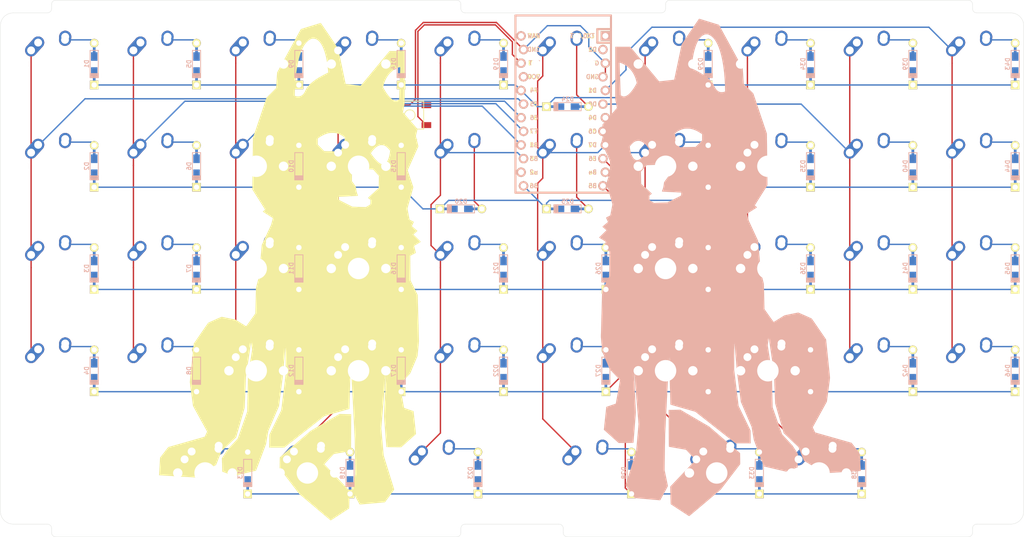
<source format=kicad_pcb>
(kicad_pcb (version 20171130) (host pcbnew "(5.1.12)-1")
  (layers (0 F.Cu signal) (31 B.Cu signal) (34 B.Paste user) (35 F.Paste user) (36 B.SilkS user) (37 F.SilkS user) (38 B.Mask user) (39 F.Mask user) (44 Edge.Cuts user))
  (net 0 "")
  (net 1 "Net-(D1-Pad2)")
  (net 2 ROW0)
  (net 3 "Net-(D2-Pad2)")
  (net 4 ROW1)
  (net 5 "Net-(D3-Pad2)")
  (net 6 ROW2)
  (net 7 "Net-(D4-Pad2)")
  (net 8 ROW3)
  (net 9 "Net-(D5-Pad2)")
  (net 10 "Net-(D6-Pad2)")
  (net 11 "Net-(D7-Pad2)")
  (net 12 "Net-(D8-Pad2)")
  (net 13 "Net-(D9-Pad2)")
  (net 14 "Net-(D10-Pad2)")
  (net 15 "Net-(D11-Pad2)")
  (net 16 "Net-(D12-Pad2)")
  (net 17 "Net-(D13-Pad2)")
  (net 18 ROW4)
  (net 19 "Net-(D14-Pad2)")
  (net 20 "Net-(D15-Pad2)")
  (net 21 "Net-(D16-Pad2)")
  (net 22 "Net-(D17-Pad2)")
  (net 23 "Net-(D18-Pad2)")
  (net 24 "Net-(D19-Pad2)")
  (net 25 "Net-(D20-Pad2)")
  (net 26 "Net-(D21-Pad2)")
  (net 27 "Net-(D22-Pad2)")
  (net 28 "Net-(D23-Pad2)")
  (net 29 "Net-(D24-Pad2)")
  (net 30 "Net-(D25-Pad2)")
  (net 31 "Net-(D26-Pad2)")
  (net 32 "Net-(D27-Pad2)")
  (net 33 "Net-(D28-Pad2)")
  (net 34 "Net-(D29-Pad2)")
  (net 35 "Net-(D30-Pad2)")
  (net 36 "Net-(D31-Pad2)")
  (net 37 "Net-(D32-Pad2)")
  (net 38 "Net-(D33-Pad2)")
  (net 39 "Net-(D34-Pad2)")
  (net 40 "Net-(D35-Pad2)")
  (net 41 "Net-(D36-Pad2)")
  (net 42 "Net-(D37-Pad2)")
  (net 43 "Net-(D38-Pad2)")
  (net 44 "Net-(D39-Pad2)")
  (net 45 "Net-(D40-Pad2)")
  (net 46 "Net-(D41-Pad2)")
  (net 47 "Net-(D42-Pad2)")
  (net 48 "Net-(D43-Pad2)")
  (net 49 "Net-(D44-Pad2)")
  (net 50 "Net-(D45-Pad2)")
  (net 51 "Net-(D46-Pad2)")
  (net 52 COL0)
  (net 53 COL1)
  (net 54 COL2)
  (net 55 COL3)
  (net 56 COL4)
  (net 57 COL5)
  (net 58 COL6)
  (net 59 COL7)
  (net 60 COL8)
  (net 61 COL9)
  (net 62 GND)
  (net 63 "Net-(SW1-Pad1)")
  (net 64 "Net-(U1-Pad24)")
  (net 65 VCC)
  (net 66 "Net-(U1-Pad14)")
  (net 67 "Net-(U1-Pad2)")
  (net 68 "Net-(U1-Pad1)")
  (module Sasha-sit:B.SilkS_g13524 (layer B.Cu) (at 66.675 51.59375 180)
    (fp_text reference G*** hide)
    (fp_text value LOGO hide)
  )
  (module Sasha-sit:B.SilkS_g13524 (layer F.Cu) (at 148.43125 50.8)
    (fp_text reference G*** hide)
    (fp_text value LOGO hide)
  )
  (module MX_Alps_Hybrid:MX-1.5U-NoLED (layer F.Cu) (at 122.2375 98.425)
    (fp_text reference MX28)
    (fp_text value MX-NoLED)
    (pad 2 thru_hole oval (at 2.5 -4.5 86.0548) (size 2.831378 2.25) (drill 1.47 (offset 0.290689 0)) (layers *.Cu B.Mask) (net 33 "Net-(D28-Pad2)"))
    (pad 2 thru_hole circle (at 2.54 -5.08) (size 2.25 2.25) (drill 1.47) (layers *.Cu B.Mask) (net 33 "Net-(D28-Pad2)"))
    (pad 1 thru_hole oval (at -3.81 -2.54 48.0996) (size 4.211556 2.25) (drill 1.47 (offset 0.980778 0)) (layers *.Cu B.Mask) (net 57 COL5))
    (pad "" np_thru_hole circle (at 0 0) (size 3.9878 3.9878) (drill 3.9878) (layers *.Cu *.Mask))
    (pad 1 thru_hole circle (at -2.5 -4) (size 2.25 2.25) (drill 1.47) (layers *.Cu B.Mask) (net 57 COL5))
    (pad "" np_thru_hole circle (at -5.08 0 48.0996) (size 1.75 1.75) (drill 1.75) (layers *.Cu *.Mask))
    (pad "" np_thru_hole circle (at 5.08 0 48.0996) (size 1.75 1.75) (drill 1.75) (layers *.Cu *.Mask))
  )
  (module Keebio-Parts:Diode-Hybrid-Back (layer F.Cu) (at 201.6125 79.375 270)
    (fp_text reference D46 (at -0.0254 1.4 90) (layer B.SilkS) (effects (font (size 0.8 0.8)) (justify mirror)))
    (fp_text value SOD-123 hide)
    (pad 1 thru_hole rect (at 3.9 0 270) (size 1.6 1.6) (drill 1) (layers *.Cu *.Mask F.SilkS) (net 8 ROW3))
    (pad 2 thru_hole circle (at -3.9 0 270) (size 1.6 1.6) (drill 1) (layers *.Cu *.Mask F.SilkS) (net 51 "Net-(D46-Pad2)"))
    (pad 1 smd rect (at 2.5 0 270) (size 2.9 0.5) (layers B.Cu) (net 8 ROW3))
    (pad 1 smd rect (at 1.4 0 270) (size 1.6 1.2) (layers B.Cu B.Paste B.Mask) (net 8 ROW3))
    (pad 2 smd rect (at -1.4 0 270) (size 1.6 1.2) (layers B.Cu B.Paste B.Mask) (net 51 "Net-(D46-Pad2)"))
    (pad 2 smd rect (at -2.5 0 270) (size 2.9 0.5) (layers B.Cu) (net 51 "Net-(D46-Pad2)"))
  )
  (module MX_Alps_Hybrid:MX-1U-NoLED (layer F.Cu) (at 117.475 41.275)
    (fp_text reference MX25)
    (fp_text value MX-NoLED)
    (pad 2 thru_hole oval (at 2.5 -4.5 86.0548) (size 2.831378 2.25) (drill 1.47 (offset 0.290689 0)) (layers *.Cu B.Mask) (net 30 "Net-(D25-Pad2)"))
    (pad 2 thru_hole circle (at 2.54 -5.08) (size 2.25 2.25) (drill 1.47) (layers *.Cu B.Mask) (net 30 "Net-(D25-Pad2)"))
    (pad 1 thru_hole oval (at -3.81 -2.54 48.0996) (size 4.211556 2.25) (drill 1.47 (offset 0.980778 0)) (layers *.Cu B.Mask) (net 57 COL5))
    (pad "" np_thru_hole circle (at 0 0) (size 3.9878 3.9878) (drill 3.9878) (layers *.Cu *.Mask))
    (pad 1 thru_hole circle (at -2.5 -4) (size 2.25 2.25) (drill 1.47) (layers *.Cu B.Mask) (net 57 COL5))
    (pad "" np_thru_hole circle (at -5.08 0 48.0996) (size 1.75 1.75) (drill 1.75) (layers *.Cu *.Mask))
    (pad "" np_thru_hole circle (at 5.08 0 48.0996) (size 1.75 1.75) (drill 1.75) (layers *.Cu *.Mask))
  )
  (module Keebio-Parts:ArduinoProMicro-ZigZag (layer B.Cu) (at 117.475 30.95625 270)
    (fp_text reference U1 hide)
    (fp_text value ProMicro hide)
    (fp_text user D2 (at -11.43 -5.461) (layer F.SilkS) (effects (font (size 0.8 0.8))))
    (fp_text user D0 (at -1.27 -5.461) (layer F.SilkS) (effects (font (size 0.8 0.8))))
    (fp_text user D1 (at -3.81 -5.461) (layer F.SilkS) (effects (font (size 0.8 0.8))))
    (fp_text user GND (at -6.35 -5.461) (layer F.SilkS) (effects (font (size 0.8 0.8))))
    (fp_text user GND (at -8.89 -5.461) (layer F.SilkS) (effects (font (size 0.8 0.8))))
    (fp_text user D4 (at 1.27 -5.461) (layer F.SilkS) (effects (font (size 0.8 0.8))))
    (fp_text user C6 (at 3.81 -5.461) (layer F.SilkS) (effects (font (size 0.8 0.8))))
    (fp_text user D7 (at 6.35 -5.461) (layer F.SilkS) (effects (font (size 0.8 0.8))))
    (fp_text user E6 (at 8.89 -5.461) (layer F.SilkS) (effects (font (size 0.8 0.8))))
    (fp_text user B4 (at 11.43 -5.461) (layer F.SilkS) (effects (font (size 0.8 0.8))))
    (fp_text user B5 (at 13.97 -5.461) (layer F.SilkS) (effects (font (size 0.8 0.8))))
    (fp_text user B6 (at 13.97 5.461) (layer F.SilkS) (effects (font (size 0.8 0.8))))
    (fp_text user B2 (at 11.43 5.461) (layer B.SilkS) (effects (font (size 0.8 0.8)) (justify mirror)))
    (fp_text user B3 (at 8.89 5.461) (layer F.SilkS) (effects (font (size 0.8 0.8))))
    (fp_text user B1 (at 6.35 5.461) (layer F.SilkS) (effects (font (size 0.8 0.8))))
    (fp_text user F7 (at 3.81 5.461) (layer B.SilkS) (effects (font (size 0.8 0.8)) (justify mirror)))
    (fp_text user F6 (at 1.27 5.461) (layer B.SilkS) (effects (font (size 0.8 0.8)) (justify mirror)))
    (fp_text user F5 (at -1.27 5.461) (layer B.SilkS) (effects (font (size 0.8 0.8)) (justify mirror)))
    (fp_text user F4 (at -3.81 5.461) (layer F.SilkS) (effects (font (size 0.8 0.8))))
    (fp_text user VCC (at -6.35 5.461) (layer F.SilkS) (effects (font (size 0.8 0.8))))
    (fp_text user GND (at -11.43 5.461) (layer F.SilkS) (effects (font (size 0.8 0.8))))
    (fp_text user RAW (at -13.97 5.461) (layer F.SilkS) (effects (font (size 0.8 0.8))))
    (fp_text user RAW (at -13.97 5.461) (layer B.SilkS) (effects (font (size 0.8 0.8)) (justify mirror)))
    (fp_text user GND (at -11.43 5.461) (layer B.SilkS) (effects (font (size 0.8 0.8)) (justify mirror)))
    (fp_text user ST (at -8.92 5.73312) (layer B.SilkS) (effects (font (size 0.8 0.8)) (justify mirror)))
    (fp_text user VCC (at -6.35 5.461) (layer B.SilkS) (effects (font (size 0.8 0.8)) (justify mirror)))
    (fp_text user F4 (at -3.81 5.461) (layer B.SilkS) (effects (font (size 0.8 0.8)) (justify mirror)))
    (fp_text user F5 (at -1.27 5.461) (layer F.SilkS) (effects (font (size 0.8 0.8))))
    (fp_text user F6 (at 1.27 5.461) (layer F.SilkS) (effects (font (size 0.8 0.8))))
    (fp_text user F7 (at 3.81 5.461) (layer F.SilkS) (effects (font (size 0.8 0.8))))
    (fp_text user B1 (at 6.35 5.461) (layer B.SilkS) (effects (font (size 0.8 0.8)) (justify mirror)))
    (fp_text user B3 (at 8.89 5.461) (layer B.SilkS) (effects (font (size 0.8 0.8)) (justify mirror)))
    (fp_text user B2 (at 11.43 5.461) (layer F.SilkS) (effects (font (size 0.8 0.8))))
    (fp_text user B6 (at 13.97 5.461) (layer B.SilkS) (effects (font (size 0.8 0.8)) (justify mirror)))
    (fp_text user B5 (at 13.97 -5.461) (layer B.SilkS) (effects (font (size 0.8 0.8)) (justify mirror)))
    (fp_text user B4 (at 11.43 -5.461) (layer B.SilkS) (effects (font (size 0.8 0.8)) (justify mirror)))
    (fp_text user E6 (at 8.89 -5.461) (layer B.SilkS) (effects (font (size 0.8 0.8)) (justify mirror)))
    (fp_text user D7 (at 6.35 -5.461) (layer B.SilkS) (effects (font (size 0.8 0.8)) (justify mirror)))
    (fp_text user C6 (at 3.81 -5.461) (layer B.SilkS) (effects (font (size 0.8 0.8)) (justify mirror)))
    (fp_text user D4 (at 1.27 -5.461) (layer B.SilkS) (effects (font (size 0.8 0.8)) (justify mirror)))
    (fp_text user GND (at -8.89 -5.461) (layer B.SilkS) (effects (font (size 0.8 0.8)) (justify mirror)))
    (fp_text user GND (at -6.35 -5.461) (layer B.SilkS) (effects (font (size 0.8 0.8)) (justify mirror)))
    (fp_text user D1 (at -3.81 -5.461) (layer B.SilkS) (effects (font (size 0.8 0.8)) (justify mirror)))
    (fp_text user D0 (at -1.27 -5.461) (layer B.SilkS) (effects (font (size 0.8 0.8)) (justify mirror)))
    (fp_text user D2 (at -11.43 -5.461) (layer B.SilkS) (effects (font (size 0.8 0.8)) (justify mirror)))
    (fp_text user TX0/D3 (at -13.97 -3.571872) (layer F.SilkS) (effects (font (size 0.8 0.8))))
    (fp_text user TX0/D3 (at -13.97 -3.571872) (layer B.SilkS) (effects (font (size 0.8 0.8)) (justify mirror)))
    (fp_text user ST (at -8.91 5.04) (layer F.SilkS) (effects (font (size 0.8 0.8))))
    (pad 1 thru_hole rect (at -13.97 -7.8486 270) (size 1.7526 1.7526) (drill 1.0922) (layers *.Cu *.SilkS *.Mask) (net 68 "Net-(U1-Pad1)"))
    (pad 2 thru_hole circle (at -11.43 -7.3914 270) (size 1.7526 1.7526) (drill 1.0922) (layers *.Cu *.SilkS *.Mask) (net 67 "Net-(U1-Pad2)"))
    (pad 3 thru_hole circle (at -8.89 -7.8486 270) (size 1.7526 1.7526) (drill 1.0922) (layers *.Cu *.SilkS *.Mask) (net 62 GND))
    (pad 4 thru_hole circle (at -6.35 -7.3914 270) (size 1.7526 1.7526) (drill 1.0922) (layers *.Cu *.SilkS *.Mask) (net 62 GND))
    (pad 5 thru_hole circle (at -3.81 -7.8486 270) (size 1.7526 1.7526) (drill 1.0922) (layers *.Cu *.SilkS *.Mask) (net 61 COL9))
    (pad 6 thru_hole circle (at -1.27 -7.3914 270) (size 1.7526 1.7526) (drill 1.0922) (layers *.Cu *.SilkS *.Mask) (net 60 COL8))
    (pad 7 thru_hole circle (at 1.27 -7.8486 270) (size 1.7526 1.7526) (drill 1.0922) (layers *.Cu *.SilkS *.Mask) (net 59 COL7))
    (pad 8 thru_hole circle (at 3.81 -7.3914 270) (size 1.7526 1.7526) (drill 1.0922) (layers *.Cu *.SilkS *.Mask) (net 58 COL6))
    (pad 9 thru_hole circle (at 6.35 -7.8486 270) (size 1.7526 1.7526) (drill 1.0922) (layers *.Cu *.SilkS *.Mask) (net 57 COL5))
    (pad 10 thru_hole circle (at 8.89 -7.3914 270) (size 1.7526 1.7526) (drill 1.0922) (layers *.Cu *.SilkS *.Mask) (net 18 ROW4))
    (pad 11 thru_hole circle (at 11.43 -7.8486 270) (size 1.7526 1.7526) (drill 1.0922) (layers *.Cu *.SilkS *.Mask) (net 8 ROW3))
    (pad 13 thru_hole circle (at 13.97 7.3914 270) (size 1.7526 1.7526) (drill 1.0922) (layers *.Cu *.SilkS *.Mask) (net 4 ROW1))
    (pad 14 thru_hole circle (at 11.43 7.8486 270) (size 1.7526 1.7526) (drill 1.0922) (layers *.Cu *.SilkS *.Mask) (net 66 "Net-(U1-Pad14)"))
    (pad 15 thru_hole circle (at 8.89 7.3914 270) (size 1.7526 1.7526) (drill 1.0922) (layers *.Cu *.SilkS *.Mask) (net 56 COL4))
    (pad 16 thru_hole circle (at 6.35 7.8486 270) (size 1.7526 1.7526) (drill 1.0922) (layers *.Cu *.SilkS *.Mask) (net 55 COL3))
    (pad 17 thru_hole circle (at 3.81 7.3914 270) (size 1.7526 1.7526) (drill 1.0922) (layers *.Cu *.SilkS *.Mask) (net 54 COL2))
    (pad 18 thru_hole circle (at 1.27 7.8486 270) (size 1.7526 1.7526) (drill 1.0922) (layers *.Cu *.SilkS *.Mask) (net 53 COL1))
    (pad 19 thru_hole circle (at -1.27 7.3914 270) (size 1.7526 1.7526) (drill 1.0922) (layers *.Cu *.SilkS *.Mask) (net 52 COL0))
    (pad 20 thru_hole circle (at -3.81 7.8486 270) (size 1.7526 1.7526) (drill 1.0922) (layers *.Cu *.SilkS *.Mask) (net 2 ROW0))
    (pad 21 thru_hole circle (at -6.35 7.3914 270) (size 1.7526 1.7526) (drill 1.0922) (layers *.Cu *.SilkS *.Mask) (net 65 VCC))
    (pad 22 thru_hole circle (at -8.89 7.8486 270) (size 1.7526 1.7526) (drill 1.0922) (layers *.Cu *.SilkS *.Mask) (net 63 "Net-(SW1-Pad1)"))
    (pad 23 thru_hole circle (at -11.43 7.3914 270) (size 1.7526 1.7526) (drill 1.0922) (layers *.Cu *.SilkS *.Mask) (net 62 GND))
    (pad 12 thru_hole circle (at 13.97 -7.3914 270) (size 1.7526 1.7526) (drill 1.0922) (layers *.Cu *.SilkS *.Mask) (net 6 ROW2))
    (pad 24 thru_hole circle (at -13.97 7.8486 270) (size 1.7526 1.7526) (drill 1.0922) (layers *.Cu *.SilkS *.Mask) (net 64 "Net-(U1-Pad24)"))
  )
  (module random-keyboard-parts:SKQG-1155865 (layer F.Cu) (at 88.9 31.75)
    (fp_text reference SW1 (at 0 4.064) (layer F.SilkS))
    (fp_text value SW_Push)
    (pad 1 smd rect (at 3.1 1.85) (size 1.8 1.1) (layers F.Cu F.Paste F.Mask) (net 63 "Net-(SW1-Pad1)"))
    (pad 2 smd rect (at -3.1 -1.85) (size 1.8 1.1) (layers F.Cu F.Paste F.Mask) (net 62 GND))
    (pad 3 smd rect (at 3.1 -1.85) (size 1.8 1.1) (layers F.Cu F.Paste F.Mask))
    (pad 4 smd rect (at -3.1 1.85) (size 1.8 1.1) (layers F.Cu F.Paste F.Mask))
  )
  (module MX_Alps_Hybrid:MX-1U-NoLED (layer F.Cu) (at 193.675 79.375)
    (fp_text reference MX46)
    (fp_text value MX-NoLED)
    (pad 2 thru_hole oval (at 2.5 -4.5 86.0548) (size 2.831378 2.25) (drill 1.47 (offset 0.290689 0)) (layers *.Cu B.Mask) (net 51 "Net-(D46-Pad2)"))
    (pad 2 thru_hole circle (at 2.54 -5.08) (size 2.25 2.25) (drill 1.47) (layers *.Cu B.Mask) (net 51 "Net-(D46-Pad2)"))
    (pad 1 thru_hole oval (at -3.81 -2.54 48.0996) (size 4.211556 2.25) (drill 1.47 (offset 0.980778 0)) (layers *.Cu B.Mask) (net 61 COL9))
    (pad "" np_thru_hole circle (at 0 0) (size 3.9878 3.9878) (drill 3.9878) (layers *.Cu *.Mask))
    (pad 1 thru_hole circle (at -2.5 -4) (size 2.25 2.25) (drill 1.47) (layers *.Cu B.Mask) (net 61 COL9))
    (pad "" np_thru_hole circle (at -5.08 0 48.0996) (size 1.75 1.75) (drill 1.75) (layers *.Cu *.Mask))
    (pad "" np_thru_hole circle (at 5.08 0 48.0996) (size 1.75 1.75) (drill 1.75) (layers *.Cu *.Mask))
  )
  (module MX_Alps_Hybrid:MX-1U-NoLED (layer F.Cu) (at 193.675 60.325)
    (fp_text reference MX45)
    (fp_text value MX-NoLED)
    (pad 2 thru_hole oval (at 2.5 -4.5 86.0548) (size 2.831378 2.25) (drill 1.47 (offset 0.290689 0)) (layers *.Cu B.Mask) (net 50 "Net-(D45-Pad2)"))
    (pad 2 thru_hole circle (at 2.54 -5.08) (size 2.25 2.25) (drill 1.47) (layers *.Cu B.Mask) (net 50 "Net-(D45-Pad2)"))
    (pad 1 thru_hole oval (at -3.81 -2.54 48.0996) (size 4.211556 2.25) (drill 1.47 (offset 0.980778 0)) (layers *.Cu B.Mask) (net 61 COL9))
    (pad "" np_thru_hole circle (at 0 0) (size 3.9878 3.9878) (drill 3.9878) (layers *.Cu *.Mask))
    (pad 1 thru_hole circle (at -2.5 -4) (size 2.25 2.25) (drill 1.47) (layers *.Cu B.Mask) (net 61 COL9))
    (pad "" np_thru_hole circle (at -5.08 0 48.0996) (size 1.75 1.75) (drill 1.75) (layers *.Cu *.Mask))
    (pad "" np_thru_hole circle (at 5.08 0 48.0996) (size 1.75 1.75) (drill 1.75) (layers *.Cu *.Mask))
  )
  (module MX_Alps_Hybrid:MX-1U-NoLED (layer F.Cu) (at 193.675 41.275)
    (fp_text reference MX44)
    (fp_text value MX-NoLED)
    (pad 2 thru_hole oval (at 2.5 -4.5 86.0548) (size 2.831378 2.25) (drill 1.47 (offset 0.290689 0)) (layers *.Cu B.Mask) (net 49 "Net-(D44-Pad2)"))
    (pad 2 thru_hole circle (at 2.54 -5.08) (size 2.25 2.25) (drill 1.47) (layers *.Cu B.Mask) (net 49 "Net-(D44-Pad2)"))
    (pad 1 thru_hole oval (at -3.81 -2.54 48.0996) (size 4.211556 2.25) (drill 1.47 (offset 0.980778 0)) (layers *.Cu B.Mask) (net 61 COL9))
    (pad "" np_thru_hole circle (at 0 0) (size 3.9878 3.9878) (drill 3.9878) (layers *.Cu *.Mask))
    (pad 1 thru_hole circle (at -2.5 -4) (size 2.25 2.25) (drill 1.47) (layers *.Cu B.Mask) (net 61 COL9))
    (pad "" np_thru_hole circle (at -5.08 0 48.0996) (size 1.75 1.75) (drill 1.75) (layers *.Cu *.Mask))
    (pad "" np_thru_hole circle (at 5.08 0 48.0996) (size 1.75 1.75) (drill 1.75) (layers *.Cu *.Mask))
  )
  (module MX_Alps_Hybrid:MX-1U-NoLED (layer F.Cu) (at 193.675 22.225)
    (fp_text reference MX43)
    (fp_text value MX-NoLED)
    (pad 2 thru_hole oval (at 2.5 -4.5 86.0548) (size 2.831378 2.25) (drill 1.47 (offset 0.290689 0)) (layers *.Cu B.Mask) (net 48 "Net-(D43-Pad2)"))
    (pad 2 thru_hole circle (at 2.54 -5.08) (size 2.25 2.25) (drill 1.47) (layers *.Cu B.Mask) (net 48 "Net-(D43-Pad2)"))
    (pad 1 thru_hole oval (at -3.81 -2.54 48.0996) (size 4.211556 2.25) (drill 1.47 (offset 0.980778 0)) (layers *.Cu B.Mask) (net 61 COL9))
    (pad "" np_thru_hole circle (at 0 0) (size 3.9878 3.9878) (drill 3.9878) (layers *.Cu *.Mask))
    (pad 1 thru_hole circle (at -2.5 -4) (size 2.25 2.25) (drill 1.47) (layers *.Cu B.Mask) (net 61 COL9))
    (pad "" np_thru_hole circle (at -5.08 0 48.0996) (size 1.75 1.75) (drill 1.75) (layers *.Cu *.Mask))
    (pad "" np_thru_hole circle (at 5.08 0 48.0996) (size 1.75 1.75) (drill 1.75) (layers *.Cu *.Mask))
  )
  (module MX_Alps_Hybrid:MX-1U-NoLED (layer F.Cu) (at 174.625 79.375)
    (fp_text reference MX42)
    (fp_text value MX-NoLED)
    (pad 2 thru_hole oval (at 2.5 -4.5 86.0548) (size 2.831378 2.25) (drill 1.47 (offset 0.290689 0)) (layers *.Cu B.Mask) (net 47 "Net-(D42-Pad2)"))
    (pad 2 thru_hole circle (at 2.54 -5.08) (size 2.25 2.25) (drill 1.47) (layers *.Cu B.Mask) (net 47 "Net-(D42-Pad2)"))
    (pad 1 thru_hole oval (at -3.81 -2.54 48.0996) (size 4.211556 2.25) (drill 1.47 (offset 0.980778 0)) (layers *.Cu B.Mask) (net 60 COL8))
    (pad "" np_thru_hole circle (at 0 0) (size 3.9878 3.9878) (drill 3.9878) (layers *.Cu *.Mask))
    (pad 1 thru_hole circle (at -2.5 -4) (size 2.25 2.25) (drill 1.47) (layers *.Cu B.Mask) (net 60 COL8))
    (pad "" np_thru_hole circle (at -5.08 0 48.0996) (size 1.75 1.75) (drill 1.75) (layers *.Cu *.Mask))
    (pad "" np_thru_hole circle (at 5.08 0 48.0996) (size 1.75 1.75) (drill 1.75) (layers *.Cu *.Mask))
  )
  (module MX_Alps_Hybrid:MX-1U-NoLED (layer F.Cu) (at 174.625 60.325)
    (fp_text reference MX41)
    (fp_text value MX-NoLED)
    (pad 2 thru_hole oval (at 2.5 -4.5 86.0548) (size 2.831378 2.25) (drill 1.47 (offset 0.290689 0)) (layers *.Cu B.Mask) (net 46 "Net-(D41-Pad2)"))
    (pad 2 thru_hole circle (at 2.54 -5.08) (size 2.25 2.25) (drill 1.47) (layers *.Cu B.Mask) (net 46 "Net-(D41-Pad2)"))
    (pad 1 thru_hole oval (at -3.81 -2.54 48.0996) (size 4.211556 2.25) (drill 1.47 (offset 0.980778 0)) (layers *.Cu B.Mask) (net 60 COL8))
    (pad "" np_thru_hole circle (at 0 0) (size 3.9878 3.9878) (drill 3.9878) (layers *.Cu *.Mask))
    (pad 1 thru_hole circle (at -2.5 -4) (size 2.25 2.25) (drill 1.47) (layers *.Cu B.Mask) (net 60 COL8))
    (pad "" np_thru_hole circle (at -5.08 0 48.0996) (size 1.75 1.75) (drill 1.75) (layers *.Cu *.Mask))
    (pad "" np_thru_hole circle (at 5.08 0 48.0996) (size 1.75 1.75) (drill 1.75) (layers *.Cu *.Mask))
  )
  (module MX_Alps_Hybrid:MX-1U-NoLED (layer F.Cu) (at 174.625 41.275)
    (fp_text reference MX40)
    (fp_text value MX-NoLED)
    (pad 2 thru_hole oval (at 2.5 -4.5 86.0548) (size 2.831378 2.25) (drill 1.47 (offset 0.290689 0)) (layers *.Cu B.Mask) (net 45 "Net-(D40-Pad2)"))
    (pad 2 thru_hole circle (at 2.54 -5.08) (size 2.25 2.25) (drill 1.47) (layers *.Cu B.Mask) (net 45 "Net-(D40-Pad2)"))
    (pad 1 thru_hole oval (at -3.81 -2.54 48.0996) (size 4.211556 2.25) (drill 1.47 (offset 0.980778 0)) (layers *.Cu B.Mask) (net 60 COL8))
    (pad "" np_thru_hole circle (at 0 0) (size 3.9878 3.9878) (drill 3.9878) (layers *.Cu *.Mask))
    (pad 1 thru_hole circle (at -2.5 -4) (size 2.25 2.25) (drill 1.47) (layers *.Cu B.Mask) (net 60 COL8))
    (pad "" np_thru_hole circle (at -5.08 0 48.0996) (size 1.75 1.75) (drill 1.75) (layers *.Cu *.Mask))
    (pad "" np_thru_hole circle (at 5.08 0 48.0996) (size 1.75 1.75) (drill 1.75) (layers *.Cu *.Mask))
  )
  (module MX_Alps_Hybrid:MX-1U-NoLED (layer F.Cu) (at 174.625 22.225)
    (fp_text reference MX39)
    (fp_text value MX-NoLED)
    (pad 2 thru_hole oval (at 2.5 -4.5 86.0548) (size 2.831378 2.25) (drill 1.47 (offset 0.290689 0)) (layers *.Cu B.Mask) (net 44 "Net-(D39-Pad2)"))
    (pad 2 thru_hole circle (at 2.54 -5.08) (size 2.25 2.25) (drill 1.47) (layers *.Cu B.Mask) (net 44 "Net-(D39-Pad2)"))
    (pad 1 thru_hole oval (at -3.81 -2.54 48.0996) (size 4.211556 2.25) (drill 1.47 (offset 0.980778 0)) (layers *.Cu B.Mask) (net 60 COL8))
    (pad "" np_thru_hole circle (at 0 0) (size 3.9878 3.9878) (drill 3.9878) (layers *.Cu *.Mask))
    (pad 1 thru_hole circle (at -2.5 -4) (size 2.25 2.25) (drill 1.47) (layers *.Cu B.Mask) (net 60 COL8))
    (pad "" np_thru_hole circle (at -5.08 0 48.0996) (size 1.75 1.75) (drill 1.75) (layers *.Cu *.Mask))
    (pad "" np_thru_hole circle (at 5.08 0 48.0996) (size 1.75 1.75) (drill 1.75) (layers *.Cu *.Mask))
  )
  (module MX_Alps_Hybrid:MX-1U-NoLED (layer F.Cu) (at 165.1 98.425)
    (fp_text reference MX38)
    (fp_text value MX-NoLED)
    (pad 2 thru_hole oval (at 2.5 -4.5 86.0548) (size 2.831378 2.25) (drill 1.47 (offset 0.290689 0)) (layers *.Cu B.Mask) (net 43 "Net-(D38-Pad2)"))
    (pad 2 thru_hole circle (at 2.54 -5.08) (size 2.25 2.25) (drill 1.47) (layers *.Cu B.Mask) (net 43 "Net-(D38-Pad2)"))
    (pad 1 thru_hole oval (at -3.81 -2.54 48.0996) (size 4.211556 2.25) (drill 1.47 (offset 0.980778 0)) (layers *.Cu B.Mask) (net 59 COL7))
    (pad "" np_thru_hole circle (at 0 0) (size 3.9878 3.9878) (drill 3.9878) (layers *.Cu *.Mask))
    (pad 1 thru_hole circle (at -2.5 -4) (size 2.25 2.25) (drill 1.47) (layers *.Cu B.Mask) (net 59 COL7))
    (pad "" np_thru_hole circle (at -5.08 0 48.0996) (size 1.75 1.75) (drill 1.75) (layers *.Cu *.Mask))
    (pad "" np_thru_hole circle (at 5.08 0 48.0996) (size 1.75 1.75) (drill 1.75) (layers *.Cu *.Mask))
  )
  (module MX_Alps_Hybrid:MX-1U-NoLED (layer F.Cu) (at 155.575 79.375)
    (fp_text reference MX37)
    (fp_text value MX-NoLED)
    (pad 2 thru_hole oval (at 2.5 -4.5 86.0548) (size 2.831378 2.25) (drill 1.47 (offset 0.290689 0)) (layers *.Cu B.Mask) (net 42 "Net-(D37-Pad2)"))
    (pad 2 thru_hole circle (at 2.54 -5.08) (size 2.25 2.25) (drill 1.47) (layers *.Cu B.Mask) (net 42 "Net-(D37-Pad2)"))
    (pad 1 thru_hole oval (at -3.81 -2.54 48.0996) (size 4.211556 2.25) (drill 1.47 (offset 0.980778 0)) (layers *.Cu B.Mask) (net 59 COL7))
    (pad "" np_thru_hole circle (at 0 0) (size 3.9878 3.9878) (drill 3.9878) (layers *.Cu *.Mask))
    (pad 1 thru_hole circle (at -2.5 -4) (size 2.25 2.25) (drill 1.47) (layers *.Cu B.Mask) (net 59 COL7))
    (pad "" np_thru_hole circle (at -5.08 0 48.0996) (size 1.75 1.75) (drill 1.75) (layers *.Cu *.Mask))
    (pad "" np_thru_hole circle (at 5.08 0 48.0996) (size 1.75 1.75) (drill 1.75) (layers *.Cu *.Mask))
  )
  (module MX_Alps_Hybrid:MX-1U-NoLED (layer F.Cu) (at 155.575 60.325)
    (fp_text reference MX36)
    (fp_text value MX-NoLED)
    (pad 2 thru_hole oval (at 2.5 -4.5 86.0548) (size 2.831378 2.25) (drill 1.47 (offset 0.290689 0)) (layers *.Cu B.Mask) (net 41 "Net-(D36-Pad2)"))
    (pad 2 thru_hole circle (at 2.54 -5.08) (size 2.25 2.25) (drill 1.47) (layers *.Cu B.Mask) (net 41 "Net-(D36-Pad2)"))
    (pad 1 thru_hole oval (at -3.81 -2.54 48.0996) (size 4.211556 2.25) (drill 1.47 (offset 0.980778 0)) (layers *.Cu B.Mask) (net 59 COL7))
    (pad "" np_thru_hole circle (at 0 0) (size 3.9878 3.9878) (drill 3.9878) (layers *.Cu *.Mask))
    (pad 1 thru_hole circle (at -2.5 -4) (size 2.25 2.25) (drill 1.47) (layers *.Cu B.Mask) (net 59 COL7))
    (pad "" np_thru_hole circle (at -5.08 0 48.0996) (size 1.75 1.75) (drill 1.75) (layers *.Cu *.Mask))
    (pad "" np_thru_hole circle (at 5.08 0 48.0996) (size 1.75 1.75) (drill 1.75) (layers *.Cu *.Mask))
  )
  (module MX_Alps_Hybrid:MX-1U-NoLED (layer F.Cu) (at 155.575 41.275)
    (fp_text reference MX35)
    (fp_text value MX-NoLED)
    (pad 2 thru_hole oval (at 2.5 -4.5 86.0548) (size 2.831378 2.25) (drill 1.47 (offset 0.290689 0)) (layers *.Cu B.Mask) (net 40 "Net-(D35-Pad2)"))
    (pad 2 thru_hole circle (at 2.54 -5.08) (size 2.25 2.25) (drill 1.47) (layers *.Cu B.Mask) (net 40 "Net-(D35-Pad2)"))
    (pad 1 thru_hole oval (at -3.81 -2.54 48.0996) (size 4.211556 2.25) (drill 1.47 (offset 0.980778 0)) (layers *.Cu B.Mask) (net 59 COL7))
    (pad "" np_thru_hole circle (at 0 0) (size 3.9878 3.9878) (drill 3.9878) (layers *.Cu *.Mask))
    (pad 1 thru_hole circle (at -2.5 -4) (size 2.25 2.25) (drill 1.47) (layers *.Cu B.Mask) (net 59 COL7))
    (pad "" np_thru_hole circle (at -5.08 0 48.0996) (size 1.75 1.75) (drill 1.75) (layers *.Cu *.Mask))
    (pad "" np_thru_hole circle (at 5.08 0 48.0996) (size 1.75 1.75) (drill 1.75) (layers *.Cu *.Mask))
  )
  (module MX_Alps_Hybrid:MX-1U-NoLED (layer F.Cu) (at 155.575 22.225)
    (fp_text reference MX34)
    (fp_text value MX-NoLED)
    (pad 2 thru_hole oval (at 2.5 -4.5 86.0548) (size 2.831378 2.25) (drill 1.47 (offset 0.290689 0)) (layers *.Cu B.Mask) (net 39 "Net-(D34-Pad2)"))
    (pad 2 thru_hole circle (at 2.54 -5.08) (size 2.25 2.25) (drill 1.47) (layers *.Cu B.Mask) (net 39 "Net-(D34-Pad2)"))
    (pad 1 thru_hole oval (at -3.81 -2.54 48.0996) (size 4.211556 2.25) (drill 1.47 (offset 0.980778 0)) (layers *.Cu B.Mask) (net 59 COL7))
    (pad "" np_thru_hole circle (at 0 0) (size 3.9878 3.9878) (drill 3.9878) (layers *.Cu *.Mask))
    (pad 1 thru_hole circle (at -2.5 -4) (size 2.25 2.25) (drill 1.47) (layers *.Cu B.Mask) (net 59 COL7))
    (pad "" np_thru_hole circle (at -5.08 0 48.0996) (size 1.75 1.75) (drill 1.75) (layers *.Cu *.Mask))
    (pad "" np_thru_hole circle (at 5.08 0 48.0996) (size 1.75 1.75) (drill 1.75) (layers *.Cu *.Mask))
  )
  (module MX_Alps_Hybrid:MX-1U-NoLED (layer F.Cu) (at 146.05 98.425)
    (fp_text reference MX33)
    (fp_text value MX-NoLED)
    (pad 2 thru_hole oval (at 2.5 -4.5 86.0548) (size 2.831378 2.25) (drill 1.47 (offset 0.290689 0)) (layers *.Cu B.Mask) (net 38 "Net-(D33-Pad2)"))
    (pad 2 thru_hole circle (at 2.54 -5.08) (size 2.25 2.25) (drill 1.47) (layers *.Cu B.Mask) (net 38 "Net-(D33-Pad2)"))
    (pad 1 thru_hole oval (at -3.81 -2.54 48.0996) (size 4.211556 2.25) (drill 1.47 (offset 0.980778 0)) (layers *.Cu B.Mask) (net 58 COL6))
    (pad "" np_thru_hole circle (at 0 0) (size 3.9878 3.9878) (drill 3.9878) (layers *.Cu *.Mask))
    (pad 1 thru_hole circle (at -2.5 -4) (size 2.25 2.25) (drill 1.47) (layers *.Cu B.Mask) (net 58 COL6))
    (pad "" np_thru_hole circle (at -5.08 0 48.0996) (size 1.75 1.75) (drill 1.75) (layers *.Cu *.Mask))
    (pad "" np_thru_hole circle (at 5.08 0 48.0996) (size 1.75 1.75) (drill 1.75) (layers *.Cu *.Mask))
  )
  (module MX_Alps_Hybrid:MX-1U-NoLED (layer F.Cu) (at 136.525 79.375)
    (fp_text reference MX32)
    (fp_text value MX-NoLED)
    (pad 2 thru_hole oval (at 2.5 -4.5 86.0548) (size 2.831378 2.25) (drill 1.47 (offset 0.290689 0)) (layers *.Cu B.Mask) (net 37 "Net-(D32-Pad2)"))
    (pad 2 thru_hole circle (at 2.54 -5.08) (size 2.25 2.25) (drill 1.47) (layers *.Cu B.Mask) (net 37 "Net-(D32-Pad2)"))
    (pad 1 thru_hole oval (at -3.81 -2.54 48.0996) (size 4.211556 2.25) (drill 1.47 (offset 0.980778 0)) (layers *.Cu B.Mask) (net 58 COL6))
    (pad "" np_thru_hole circle (at 0 0) (size 3.9878 3.9878) (drill 3.9878) (layers *.Cu *.Mask))
    (pad 1 thru_hole circle (at -2.5 -4) (size 2.25 2.25) (drill 1.47) (layers *.Cu B.Mask) (net 58 COL6))
    (pad "" np_thru_hole circle (at -5.08 0 48.0996) (size 1.75 1.75) (drill 1.75) (layers *.Cu *.Mask))
    (pad "" np_thru_hole circle (at 5.08 0 48.0996) (size 1.75 1.75) (drill 1.75) (layers *.Cu *.Mask))
  )
  (module MX_Alps_Hybrid:MX-1U-NoLED (layer F.Cu) (at 136.525 60.325)
    (fp_text reference MX31)
    (fp_text value MX-NoLED)
    (pad 2 thru_hole oval (at 2.5 -4.5 86.0548) (size 2.831378 2.25) (drill 1.47 (offset 0.290689 0)) (layers *.Cu B.Mask) (net 36 "Net-(D31-Pad2)"))
    (pad 2 thru_hole circle (at 2.54 -5.08) (size 2.25 2.25) (drill 1.47) (layers *.Cu B.Mask) (net 36 "Net-(D31-Pad2)"))
    (pad 1 thru_hole oval (at -3.81 -2.54 48.0996) (size 4.211556 2.25) (drill 1.47 (offset 0.980778 0)) (layers *.Cu B.Mask) (net 58 COL6))
    (pad "" np_thru_hole circle (at 0 0) (size 3.9878 3.9878) (drill 3.9878) (layers *.Cu *.Mask))
    (pad 1 thru_hole circle (at -2.5 -4) (size 2.25 2.25) (drill 1.47) (layers *.Cu B.Mask) (net 58 COL6))
    (pad "" np_thru_hole circle (at -5.08 0 48.0996) (size 1.75 1.75) (drill 1.75) (layers *.Cu *.Mask))
    (pad "" np_thru_hole circle (at 5.08 0 48.0996) (size 1.75 1.75) (drill 1.75) (layers *.Cu *.Mask))
  )
  (module MX_Alps_Hybrid:MX-1U-NoLED (layer F.Cu) (at 136.525 41.275)
    (fp_text reference MX30)
    (fp_text value MX-NoLED)
    (pad 2 thru_hole oval (at 2.5 -4.5 86.0548) (size 2.831378 2.25) (drill 1.47 (offset 0.290689 0)) (layers *.Cu B.Mask) (net 35 "Net-(D30-Pad2)"))
    (pad 2 thru_hole circle (at 2.54 -5.08) (size 2.25 2.25) (drill 1.47) (layers *.Cu B.Mask) (net 35 "Net-(D30-Pad2)"))
    (pad 1 thru_hole oval (at -3.81 -2.54 48.0996) (size 4.211556 2.25) (drill 1.47 (offset 0.980778 0)) (layers *.Cu B.Mask) (net 58 COL6))
    (pad "" np_thru_hole circle (at 0 0) (size 3.9878 3.9878) (drill 3.9878) (layers *.Cu *.Mask))
    (pad 1 thru_hole circle (at -2.5 -4) (size 2.25 2.25) (drill 1.47) (layers *.Cu B.Mask) (net 58 COL6))
    (pad "" np_thru_hole circle (at -5.08 0 48.0996) (size 1.75 1.75) (drill 1.75) (layers *.Cu *.Mask))
    (pad "" np_thru_hole circle (at 5.08 0 48.0996) (size 1.75 1.75) (drill 1.75) (layers *.Cu *.Mask))
  )
  (module MX_Alps_Hybrid:MX-1U-NoLED (layer F.Cu) (at 136.525 22.225)
    (fp_text reference MX29)
    (fp_text value MX-NoLED)
    (pad 2 thru_hole oval (at 2.5 -4.5 86.0548) (size 2.831378 2.25) (drill 1.47 (offset 0.290689 0)) (layers *.Cu B.Mask) (net 34 "Net-(D29-Pad2)"))
    (pad 2 thru_hole circle (at 2.54 -5.08) (size 2.25 2.25) (drill 1.47) (layers *.Cu B.Mask) (net 34 "Net-(D29-Pad2)"))
    (pad 1 thru_hole oval (at -3.81 -2.54 48.0996) (size 4.211556 2.25) (drill 1.47 (offset 0.980778 0)) (layers *.Cu B.Mask) (net 58 COL6))
    (pad "" np_thru_hole circle (at 0 0) (size 3.9878 3.9878) (drill 3.9878) (layers *.Cu *.Mask))
    (pad 1 thru_hole circle (at -2.5 -4) (size 2.25 2.25) (drill 1.47) (layers *.Cu B.Mask) (net 58 COL6))
    (pad "" np_thru_hole circle (at -5.08 0 48.0996) (size 1.75 1.75) (drill 1.75) (layers *.Cu *.Mask))
    (pad "" np_thru_hole circle (at 5.08 0 48.0996) (size 1.75 1.75) (drill 1.75) (layers *.Cu *.Mask))
  )
  (module MX_Alps_Hybrid:MX-1U-NoLED (layer F.Cu) (at 117.475 79.375)
    (fp_text reference MX27)
    (fp_text value MX-NoLED)
    (pad 2 thru_hole oval (at 2.5 -4.5 86.0548) (size 2.831378 2.25) (drill 1.47 (offset 0.290689 0)) (layers *.Cu B.Mask) (net 32 "Net-(D27-Pad2)"))
    (pad 2 thru_hole circle (at 2.54 -5.08) (size 2.25 2.25) (drill 1.47) (layers *.Cu B.Mask) (net 32 "Net-(D27-Pad2)"))
    (pad 1 thru_hole oval (at -3.81 -2.54 48.0996) (size 4.211556 2.25) (drill 1.47 (offset 0.980778 0)) (layers *.Cu B.Mask) (net 57 COL5))
    (pad "" np_thru_hole circle (at 0 0) (size 3.9878 3.9878) (drill 3.9878) (layers *.Cu *.Mask))
    (pad 1 thru_hole circle (at -2.5 -4) (size 2.25 2.25) (drill 1.47) (layers *.Cu B.Mask) (net 57 COL5))
    (pad "" np_thru_hole circle (at -5.08 0 48.0996) (size 1.75 1.75) (drill 1.75) (layers *.Cu *.Mask))
    (pad "" np_thru_hole circle (at 5.08 0 48.0996) (size 1.75 1.75) (drill 1.75) (layers *.Cu *.Mask))
  )
  (module MX_Alps_Hybrid:MX-1U-NoLED (layer F.Cu) (at 117.475 60.325)
    (fp_text reference MX26)
    (fp_text value MX-NoLED)
    (pad 2 thru_hole oval (at 2.5 -4.5 86.0548) (size 2.831378 2.25) (drill 1.47 (offset 0.290689 0)) (layers *.Cu B.Mask) (net 31 "Net-(D26-Pad2)"))
    (pad 2 thru_hole circle (at 2.54 -5.08) (size 2.25 2.25) (drill 1.47) (layers *.Cu B.Mask) (net 31 "Net-(D26-Pad2)"))
    (pad 1 thru_hole oval (at -3.81 -2.54 48.0996) (size 4.211556 2.25) (drill 1.47 (offset 0.980778 0)) (layers *.Cu B.Mask) (net 57 COL5))
    (pad "" np_thru_hole circle (at 0 0) (size 3.9878 3.9878) (drill 3.9878) (layers *.Cu *.Mask))
    (pad 1 thru_hole circle (at -2.5 -4) (size 2.25 2.25) (drill 1.47) (layers *.Cu B.Mask) (net 57 COL5))
    (pad "" np_thru_hole circle (at -5.08 0 48.0996) (size 1.75 1.75) (drill 1.75) (layers *.Cu *.Mask))
    (pad "" np_thru_hole circle (at 5.08 0 48.0996) (size 1.75 1.75) (drill 1.75) (layers *.Cu *.Mask))
  )
  (module MX_Alps_Hybrid:MX-1U-NoLED (layer F.Cu) (at 117.475 22.225)
    (fp_text reference MX24)
    (fp_text value MX-NoLED)
    (pad 2 thru_hole oval (at 2.5 -4.5 86.0548) (size 2.831378 2.25) (drill 1.47 (offset 0.290689 0)) (layers *.Cu B.Mask) (net 29 "Net-(D24-Pad2)"))
    (pad 2 thru_hole circle (at 2.54 -5.08) (size 2.25 2.25) (drill 1.47) (layers *.Cu B.Mask) (net 29 "Net-(D24-Pad2)"))
    (pad 1 thru_hole oval (at -3.81 -2.54 48.0996) (size 4.211556 2.25) (drill 1.47 (offset 0.980778 0)) (layers *.Cu B.Mask) (net 57 COL5))
    (pad "" np_thru_hole circle (at 0 0) (size 3.9878 3.9878) (drill 3.9878) (layers *.Cu *.Mask))
    (pad 1 thru_hole circle (at -2.5 -4) (size 2.25 2.25) (drill 1.47) (layers *.Cu B.Mask) (net 57 COL5))
    (pad "" np_thru_hole circle (at -5.08 0 48.0996) (size 1.75 1.75) (drill 1.75) (layers *.Cu *.Mask))
    (pad "" np_thru_hole circle (at 5.08 0 48.0996) (size 1.75 1.75) (drill 1.75) (layers *.Cu *.Mask))
  )
  (module MX_Alps_Hybrid:MX-1.5U-NoLED (layer F.Cu) (at 93.6625 98.425)
    (fp_text reference MX23)
    (fp_text value MX-NoLED)
    (pad 2 thru_hole oval (at 2.5 -4.5 86.0548) (size 2.831378 2.25) (drill 1.47 (offset 0.290689 0)) (layers *.Cu B.Mask) (net 28 "Net-(D23-Pad2)"))
    (pad 2 thru_hole circle (at 2.54 -5.08) (size 2.25 2.25) (drill 1.47) (layers *.Cu B.Mask) (net 28 "Net-(D23-Pad2)"))
    (pad 1 thru_hole oval (at -3.81 -2.54 48.0996) (size 4.211556 2.25) (drill 1.47 (offset 0.980778 0)) (layers *.Cu B.Mask) (net 56 COL4))
    (pad "" np_thru_hole circle (at 0 0) (size 3.9878 3.9878) (drill 3.9878) (layers *.Cu *.Mask))
    (pad 1 thru_hole circle (at -2.5 -4) (size 2.25 2.25) (drill 1.47) (layers *.Cu B.Mask) (net 56 COL4))
    (pad "" np_thru_hole circle (at -5.08 0 48.0996) (size 1.75 1.75) (drill 1.75) (layers *.Cu *.Mask))
    (pad "" np_thru_hole circle (at 5.08 0 48.0996) (size 1.75 1.75) (drill 1.75) (layers *.Cu *.Mask))
  )
  (module MX_Alps_Hybrid:MX-1U-NoLED (layer F.Cu) (at 98.425 79.375)
    (fp_text reference MX22)
    (fp_text value MX-NoLED)
    (pad 2 thru_hole oval (at 2.5 -4.5 86.0548) (size 2.831378 2.25) (drill 1.47 (offset 0.290689 0)) (layers *.Cu B.Mask) (net 27 "Net-(D22-Pad2)"))
    (pad 2 thru_hole circle (at 2.54 -5.08) (size 2.25 2.25) (drill 1.47) (layers *.Cu B.Mask) (net 27 "Net-(D22-Pad2)"))
    (pad 1 thru_hole oval (at -3.81 -2.54 48.0996) (size 4.211556 2.25) (drill 1.47 (offset 0.980778 0)) (layers *.Cu B.Mask) (net 56 COL4))
    (pad "" np_thru_hole circle (at 0 0) (size 3.9878 3.9878) (drill 3.9878) (layers *.Cu *.Mask))
    (pad 1 thru_hole circle (at -2.5 -4) (size 2.25 2.25) (drill 1.47) (layers *.Cu B.Mask) (net 56 COL4))
    (pad "" np_thru_hole circle (at -5.08 0 48.0996) (size 1.75 1.75) (drill 1.75) (layers *.Cu *.Mask))
    (pad "" np_thru_hole circle (at 5.08 0 48.0996) (size 1.75 1.75) (drill 1.75) (layers *.Cu *.Mask))
  )
  (module MX_Alps_Hybrid:MX-1U-NoLED (layer F.Cu) (at 98.425 60.325)
    (fp_text reference MX21)
    (fp_text value MX-NoLED)
    (pad 2 thru_hole oval (at 2.5 -4.5 86.0548) (size 2.831378 2.25) (drill 1.47 (offset 0.290689 0)) (layers *.Cu B.Mask) (net 26 "Net-(D21-Pad2)"))
    (pad 2 thru_hole circle (at 2.54 -5.08) (size 2.25 2.25) (drill 1.47) (layers *.Cu B.Mask) (net 26 "Net-(D21-Pad2)"))
    (pad 1 thru_hole oval (at -3.81 -2.54 48.0996) (size 4.211556 2.25) (drill 1.47 (offset 0.980778 0)) (layers *.Cu B.Mask) (net 56 COL4))
    (pad "" np_thru_hole circle (at 0 0) (size 3.9878 3.9878) (drill 3.9878) (layers *.Cu *.Mask))
    (pad 1 thru_hole circle (at -2.5 -4) (size 2.25 2.25) (drill 1.47) (layers *.Cu B.Mask) (net 56 COL4))
    (pad "" np_thru_hole circle (at -5.08 0 48.0996) (size 1.75 1.75) (drill 1.75) (layers *.Cu *.Mask))
    (pad "" np_thru_hole circle (at 5.08 0 48.0996) (size 1.75 1.75) (drill 1.75) (layers *.Cu *.Mask))
  )
  (module MX_Alps_Hybrid:MX-1U-NoLED (layer F.Cu) (at 98.425 41.275)
    (fp_text reference MX20)
    (fp_text value MX-NoLED)
    (pad 2 thru_hole oval (at 2.5 -4.5 86.0548) (size 2.831378 2.25) (drill 1.47 (offset 0.290689 0)) (layers *.Cu B.Mask) (net 25 "Net-(D20-Pad2)"))
    (pad 2 thru_hole circle (at 2.54 -5.08) (size 2.25 2.25) (drill 1.47) (layers *.Cu B.Mask) (net 25 "Net-(D20-Pad2)"))
    (pad 1 thru_hole oval (at -3.81 -2.54 48.0996) (size 4.211556 2.25) (drill 1.47 (offset 0.980778 0)) (layers *.Cu B.Mask) (net 56 COL4))
    (pad "" np_thru_hole circle (at 0 0) (size 3.9878 3.9878) (drill 3.9878) (layers *.Cu *.Mask))
    (pad 1 thru_hole circle (at -2.5 -4) (size 2.25 2.25) (drill 1.47) (layers *.Cu B.Mask) (net 56 COL4))
    (pad "" np_thru_hole circle (at -5.08 0 48.0996) (size 1.75 1.75) (drill 1.75) (layers *.Cu *.Mask))
    (pad "" np_thru_hole circle (at 5.08 0 48.0996) (size 1.75 1.75) (drill 1.75) (layers *.Cu *.Mask))
  )
  (module MX_Alps_Hybrid:MX-1U-NoLED (layer F.Cu) (at 98.425 22.225)
    (fp_text reference MX19)
    (fp_text value MX-NoLED)
    (pad 2 thru_hole oval (at 2.5 -4.5 86.0548) (size 2.831378 2.25) (drill 1.47 (offset 0.290689 0)) (layers *.Cu B.Mask) (net 24 "Net-(D19-Pad2)"))
    (pad 2 thru_hole circle (at 2.54 -5.08) (size 2.25 2.25) (drill 1.47) (layers *.Cu B.Mask) (net 24 "Net-(D19-Pad2)"))
    (pad 1 thru_hole oval (at -3.81 -2.54 48.0996) (size 4.211556 2.25) (drill 1.47 (offset 0.980778 0)) (layers *.Cu B.Mask) (net 56 COL4))
    (pad "" np_thru_hole circle (at 0 0) (size 3.9878 3.9878) (drill 3.9878) (layers *.Cu *.Mask))
    (pad 1 thru_hole circle (at -2.5 -4) (size 2.25 2.25) (drill 1.47) (layers *.Cu B.Mask) (net 56 COL4))
    (pad "" np_thru_hole circle (at -5.08 0 48.0996) (size 1.75 1.75) (drill 1.75) (layers *.Cu *.Mask))
    (pad "" np_thru_hole circle (at 5.08 0 48.0996) (size 1.75 1.75) (drill 1.75) (layers *.Cu *.Mask))
  )
  (module MX_Alps_Hybrid:MX-1U-NoLED (layer F.Cu) (at 69.85 98.425)
    (fp_text reference MX18)
    (fp_text value MX-NoLED)
    (pad 2 thru_hole oval (at 2.5 -4.5 86.0548) (size 2.831378 2.25) (drill 1.47 (offset 0.290689 0)) (layers *.Cu B.Mask) (net 23 "Net-(D18-Pad2)"))
    (pad 2 thru_hole circle (at 2.54 -5.08) (size 2.25 2.25) (drill 1.47) (layers *.Cu B.Mask) (net 23 "Net-(D18-Pad2)"))
    (pad 1 thru_hole oval (at -3.81 -2.54 48.0996) (size 4.211556 2.25) (drill 1.47 (offset 0.980778 0)) (layers *.Cu B.Mask) (net 55 COL3))
    (pad "" np_thru_hole circle (at 0 0) (size 3.9878 3.9878) (drill 3.9878) (layers *.Cu *.Mask))
    (pad 1 thru_hole circle (at -2.5 -4) (size 2.25 2.25) (drill 1.47) (layers *.Cu B.Mask) (net 55 COL3))
    (pad "" np_thru_hole circle (at -5.08 0 48.0996) (size 1.75 1.75) (drill 1.75) (layers *.Cu *.Mask))
    (pad "" np_thru_hole circle (at 5.08 0 48.0996) (size 1.75 1.75) (drill 1.75) (layers *.Cu *.Mask))
  )
  (module MX_Alps_Hybrid:MX-1U-NoLED (layer F.Cu) (at 79.375 79.375)
    (fp_text reference MX17)
    (fp_text value MX-NoLED)
    (pad 2 thru_hole oval (at 2.5 -4.5 86.0548) (size 2.831378 2.25) (drill 1.47 (offset 0.290689 0)) (layers *.Cu B.Mask) (net 22 "Net-(D17-Pad2)"))
    (pad 2 thru_hole circle (at 2.54 -5.08) (size 2.25 2.25) (drill 1.47) (layers *.Cu B.Mask) (net 22 "Net-(D17-Pad2)"))
    (pad 1 thru_hole oval (at -3.81 -2.54 48.0996) (size 4.211556 2.25) (drill 1.47 (offset 0.980778 0)) (layers *.Cu B.Mask) (net 55 COL3))
    (pad "" np_thru_hole circle (at 0 0) (size 3.9878 3.9878) (drill 3.9878) (layers *.Cu *.Mask))
    (pad 1 thru_hole circle (at -2.5 -4) (size 2.25 2.25) (drill 1.47) (layers *.Cu B.Mask) (net 55 COL3))
    (pad "" np_thru_hole circle (at -5.08 0 48.0996) (size 1.75 1.75) (drill 1.75) (layers *.Cu *.Mask))
    (pad "" np_thru_hole circle (at 5.08 0 48.0996) (size 1.75 1.75) (drill 1.75) (layers *.Cu *.Mask))
  )
  (module MX_Alps_Hybrid:MX-1U-NoLED (layer F.Cu) (at 79.375 60.325)
    (fp_text reference MX16)
    (fp_text value MX-NoLED)
    (pad 2 thru_hole oval (at 2.5 -4.5 86.0548) (size 2.831378 2.25) (drill 1.47 (offset 0.290689 0)) (layers *.Cu B.Mask) (net 21 "Net-(D16-Pad2)"))
    (pad 2 thru_hole circle (at 2.54 -5.08) (size 2.25 2.25) (drill 1.47) (layers *.Cu B.Mask) (net 21 "Net-(D16-Pad2)"))
    (pad 1 thru_hole oval (at -3.81 -2.54 48.0996) (size 4.211556 2.25) (drill 1.47 (offset 0.980778 0)) (layers *.Cu B.Mask) (net 55 COL3))
    (pad "" np_thru_hole circle (at 0 0) (size 3.9878 3.9878) (drill 3.9878) (layers *.Cu *.Mask))
    (pad 1 thru_hole circle (at -2.5 -4) (size 2.25 2.25) (drill 1.47) (layers *.Cu B.Mask) (net 55 COL3))
    (pad "" np_thru_hole circle (at -5.08 0 48.0996) (size 1.75 1.75) (drill 1.75) (layers *.Cu *.Mask))
    (pad "" np_thru_hole circle (at 5.08 0 48.0996) (size 1.75 1.75) (drill 1.75) (layers *.Cu *.Mask))
  )
  (module MX_Alps_Hybrid:MX-1U-NoLED (layer F.Cu) (at 79.375 41.275)
    (fp_text reference MX15)
    (fp_text value MX-NoLED)
    (pad 2 thru_hole oval (at 2.5 -4.5 86.0548) (size 2.831378 2.25) (drill 1.47 (offset 0.290689 0)) (layers *.Cu B.Mask) (net 20 "Net-(D15-Pad2)"))
    (pad 2 thru_hole circle (at 2.54 -5.08) (size 2.25 2.25) (drill 1.47) (layers *.Cu B.Mask) (net 20 "Net-(D15-Pad2)"))
    (pad 1 thru_hole oval (at -3.81 -2.54 48.0996) (size 4.211556 2.25) (drill 1.47 (offset 0.980778 0)) (layers *.Cu B.Mask) (net 55 COL3))
    (pad "" np_thru_hole circle (at 0 0) (size 3.9878 3.9878) (drill 3.9878) (layers *.Cu *.Mask))
    (pad 1 thru_hole circle (at -2.5 -4) (size 2.25 2.25) (drill 1.47) (layers *.Cu B.Mask) (net 55 COL3))
    (pad "" np_thru_hole circle (at -5.08 0 48.0996) (size 1.75 1.75) (drill 1.75) (layers *.Cu *.Mask))
    (pad "" np_thru_hole circle (at 5.08 0 48.0996) (size 1.75 1.75) (drill 1.75) (layers *.Cu *.Mask))
  )
  (module MX_Alps_Hybrid:MX-1U-NoLED (layer F.Cu) (at 79.375 22.225)
    (fp_text reference MX14)
    (fp_text value MX-NoLED)
    (pad 2 thru_hole oval (at 2.5 -4.5 86.0548) (size 2.831378 2.25) (drill 1.47 (offset 0.290689 0)) (layers *.Cu B.Mask) (net 19 "Net-(D14-Pad2)"))
    (pad 2 thru_hole circle (at 2.54 -5.08) (size 2.25 2.25) (drill 1.47) (layers *.Cu B.Mask) (net 19 "Net-(D14-Pad2)"))
    (pad 1 thru_hole oval (at -3.81 -2.54 48.0996) (size 4.211556 2.25) (drill 1.47 (offset 0.980778 0)) (layers *.Cu B.Mask) (net 55 COL3))
    (pad "" np_thru_hole circle (at 0 0) (size 3.9878 3.9878) (drill 3.9878) (layers *.Cu *.Mask))
    (pad 1 thru_hole circle (at -2.5 -4) (size 2.25 2.25) (drill 1.47) (layers *.Cu B.Mask) (net 55 COL3))
    (pad "" np_thru_hole circle (at -5.08 0 48.0996) (size 1.75 1.75) (drill 1.75) (layers *.Cu *.Mask))
    (pad "" np_thru_hole circle (at 5.08 0 48.0996) (size 1.75 1.75) (drill 1.75) (layers *.Cu *.Mask))
  )
  (module MX_Alps_Hybrid:MX-1U-NoLED (layer F.Cu) (at 50.8 98.425)
    (fp_text reference MX13)
    (fp_text value MX-NoLED)
    (pad 2 thru_hole oval (at 2.5 -4.5 86.0548) (size 2.831378 2.25) (drill 1.47 (offset 0.290689 0)) (layers *.Cu B.Mask) (net 17 "Net-(D13-Pad2)"))
    (pad 2 thru_hole circle (at 2.54 -5.08) (size 2.25 2.25) (drill 1.47) (layers *.Cu B.Mask) (net 17 "Net-(D13-Pad2)"))
    (pad 1 thru_hole oval (at -3.81 -2.54 48.0996) (size 4.211556 2.25) (drill 1.47 (offset 0.980778 0)) (layers *.Cu B.Mask) (net 54 COL2))
    (pad "" np_thru_hole circle (at 0 0) (size 3.9878 3.9878) (drill 3.9878) (layers *.Cu *.Mask))
    (pad 1 thru_hole circle (at -2.5 -4) (size 2.25 2.25) (drill 1.47) (layers *.Cu B.Mask) (net 54 COL2))
    (pad "" np_thru_hole circle (at -5.08 0 48.0996) (size 1.75 1.75) (drill 1.75) (layers *.Cu *.Mask))
    (pad "" np_thru_hole circle (at 5.08 0 48.0996) (size 1.75 1.75) (drill 1.75) (layers *.Cu *.Mask))
  )
  (module MX_Alps_Hybrid:MX-1U-NoLED (layer F.Cu) (at 60.325 79.375)
    (fp_text reference MX12)
    (fp_text value MX-NoLED)
    (pad 2 thru_hole oval (at 2.5 -4.5 86.0548) (size 2.831378 2.25) (drill 1.47 (offset 0.290689 0)) (layers *.Cu B.Mask) (net 16 "Net-(D12-Pad2)"))
    (pad 2 thru_hole circle (at 2.54 -5.08) (size 2.25 2.25) (drill 1.47) (layers *.Cu B.Mask) (net 16 "Net-(D12-Pad2)"))
    (pad 1 thru_hole oval (at -3.81 -2.54 48.0996) (size 4.211556 2.25) (drill 1.47 (offset 0.980778 0)) (layers *.Cu B.Mask) (net 54 COL2))
    (pad "" np_thru_hole circle (at 0 0) (size 3.9878 3.9878) (drill 3.9878) (layers *.Cu *.Mask))
    (pad 1 thru_hole circle (at -2.5 -4) (size 2.25 2.25) (drill 1.47) (layers *.Cu B.Mask) (net 54 COL2))
    (pad "" np_thru_hole circle (at -5.08 0 48.0996) (size 1.75 1.75) (drill 1.75) (layers *.Cu *.Mask))
    (pad "" np_thru_hole circle (at 5.08 0 48.0996) (size 1.75 1.75) (drill 1.75) (layers *.Cu *.Mask))
  )
  (module MX_Alps_Hybrid:MX-1U-NoLED (layer F.Cu) (at 60.325 60.325)
    (fp_text reference MX11)
    (fp_text value MX-NoLED)
    (pad 2 thru_hole oval (at 2.5 -4.5 86.0548) (size 2.831378 2.25) (drill 1.47 (offset 0.290689 0)) (layers *.Cu B.Mask) (net 15 "Net-(D11-Pad2)"))
    (pad 2 thru_hole circle (at 2.54 -5.08) (size 2.25 2.25) (drill 1.47) (layers *.Cu B.Mask) (net 15 "Net-(D11-Pad2)"))
    (pad 1 thru_hole oval (at -3.81 -2.54 48.0996) (size 4.211556 2.25) (drill 1.47 (offset 0.980778 0)) (layers *.Cu B.Mask) (net 54 COL2))
    (pad "" np_thru_hole circle (at 0 0) (size 3.9878 3.9878) (drill 3.9878) (layers *.Cu *.Mask))
    (pad 1 thru_hole circle (at -2.5 -4) (size 2.25 2.25) (drill 1.47) (layers *.Cu B.Mask) (net 54 COL2))
    (pad "" np_thru_hole circle (at -5.08 0 48.0996) (size 1.75 1.75) (drill 1.75) (layers *.Cu *.Mask))
    (pad "" np_thru_hole circle (at 5.08 0 48.0996) (size 1.75 1.75) (drill 1.75) (layers *.Cu *.Mask))
  )
  (module MX_Alps_Hybrid:MX-1U-NoLED (layer F.Cu) (at 60.325 41.275)
    (fp_text reference MX10)
    (fp_text value MX-NoLED)
    (pad 2 thru_hole oval (at 2.5 -4.5 86.0548) (size 2.831378 2.25) (drill 1.47 (offset 0.290689 0)) (layers *.Cu B.Mask) (net 14 "Net-(D10-Pad2)"))
    (pad 2 thru_hole circle (at 2.54 -5.08) (size 2.25 2.25) (drill 1.47) (layers *.Cu B.Mask) (net 14 "Net-(D10-Pad2)"))
    (pad 1 thru_hole oval (at -3.81 -2.54 48.0996) (size 4.211556 2.25) (drill 1.47 (offset 0.980778 0)) (layers *.Cu B.Mask) (net 54 COL2))
    (pad "" np_thru_hole circle (at 0 0) (size 3.9878 3.9878) (drill 3.9878) (layers *.Cu *.Mask))
    (pad 1 thru_hole circle (at -2.5 -4) (size 2.25 2.25) (drill 1.47) (layers *.Cu B.Mask) (net 54 COL2))
    (pad "" np_thru_hole circle (at -5.08 0 48.0996) (size 1.75 1.75) (drill 1.75) (layers *.Cu *.Mask))
    (pad "" np_thru_hole circle (at 5.08 0 48.0996) (size 1.75 1.75) (drill 1.75) (layers *.Cu *.Mask))
  )
  (module MX_Alps_Hybrid:MX-1U-NoLED (layer F.Cu) (at 60.325 22.225)
    (fp_text reference MX9)
    (fp_text value MX-NoLED)
    (pad 2 thru_hole oval (at 2.5 -4.5 86.0548) (size 2.831378 2.25) (drill 1.47 (offset 0.290689 0)) (layers *.Cu B.Mask) (net 13 "Net-(D9-Pad2)"))
    (pad 2 thru_hole circle (at 2.54 -5.08) (size 2.25 2.25) (drill 1.47) (layers *.Cu B.Mask) (net 13 "Net-(D9-Pad2)"))
    (pad 1 thru_hole oval (at -3.81 -2.54 48.0996) (size 4.211556 2.25) (drill 1.47 (offset 0.980778 0)) (layers *.Cu B.Mask) (net 54 COL2))
    (pad "" np_thru_hole circle (at 0 0) (size 3.9878 3.9878) (drill 3.9878) (layers *.Cu *.Mask))
    (pad 1 thru_hole circle (at -2.5 -4) (size 2.25 2.25) (drill 1.47) (layers *.Cu B.Mask) (net 54 COL2))
    (pad "" np_thru_hole circle (at -5.08 0 48.0996) (size 1.75 1.75) (drill 1.75) (layers *.Cu *.Mask))
    (pad "" np_thru_hole circle (at 5.08 0 48.0996) (size 1.75 1.75) (drill 1.75) (layers *.Cu *.Mask))
  )
  (module MX_Alps_Hybrid:MX-1U-NoLED (layer F.Cu) (at 41.275 79.375)
    (fp_text reference MX8)
    (fp_text value MX-NoLED)
    (pad 2 thru_hole oval (at 2.5 -4.5 86.0548) (size 2.831378 2.25) (drill 1.47 (offset 0.290689 0)) (layers *.Cu B.Mask) (net 12 "Net-(D8-Pad2)"))
    (pad 2 thru_hole circle (at 2.54 -5.08) (size 2.25 2.25) (drill 1.47) (layers *.Cu B.Mask) (net 12 "Net-(D8-Pad2)"))
    (pad 1 thru_hole oval (at -3.81 -2.54 48.0996) (size 4.211556 2.25) (drill 1.47 (offset 0.980778 0)) (layers *.Cu B.Mask) (net 53 COL1))
    (pad "" np_thru_hole circle (at 0 0) (size 3.9878 3.9878) (drill 3.9878) (layers *.Cu *.Mask))
    (pad 1 thru_hole circle (at -2.5 -4) (size 2.25 2.25) (drill 1.47) (layers *.Cu B.Mask) (net 53 COL1))
    (pad "" np_thru_hole circle (at -5.08 0 48.0996) (size 1.75 1.75) (drill 1.75) (layers *.Cu *.Mask))
    (pad "" np_thru_hole circle (at 5.08 0 48.0996) (size 1.75 1.75) (drill 1.75) (layers *.Cu *.Mask))
  )
  (module MX_Alps_Hybrid:MX-1U-NoLED (layer F.Cu) (at 41.275 60.325)
    (fp_text reference MX7)
    (fp_text value MX-NoLED)
    (pad 2 thru_hole oval (at 2.5 -4.5 86.0548) (size 2.831378 2.25) (drill 1.47 (offset 0.290689 0)) (layers *.Cu B.Mask) (net 11 "Net-(D7-Pad2)"))
    (pad 2 thru_hole circle (at 2.54 -5.08) (size 2.25 2.25) (drill 1.47) (layers *.Cu B.Mask) (net 11 "Net-(D7-Pad2)"))
    (pad 1 thru_hole oval (at -3.81 -2.54 48.0996) (size 4.211556 2.25) (drill 1.47 (offset 0.980778 0)) (layers *.Cu B.Mask) (net 53 COL1))
    (pad "" np_thru_hole circle (at 0 0) (size 3.9878 3.9878) (drill 3.9878) (layers *.Cu *.Mask))
    (pad 1 thru_hole circle (at -2.5 -4) (size 2.25 2.25) (drill 1.47) (layers *.Cu B.Mask) (net 53 COL1))
    (pad "" np_thru_hole circle (at -5.08 0 48.0996) (size 1.75 1.75) (drill 1.75) (layers *.Cu *.Mask))
    (pad "" np_thru_hole circle (at 5.08 0 48.0996) (size 1.75 1.75) (drill 1.75) (layers *.Cu *.Mask))
  )
  (module MX_Alps_Hybrid:MX-1U-NoLED (layer F.Cu) (at 41.275 41.275)
    (fp_text reference MX6)
    (fp_text value MX-NoLED)
    (pad 2 thru_hole oval (at 2.5 -4.5 86.0548) (size 2.831378 2.25) (drill 1.47 (offset 0.290689 0)) (layers *.Cu B.Mask) (net 10 "Net-(D6-Pad2)"))
    (pad 2 thru_hole circle (at 2.54 -5.08) (size 2.25 2.25) (drill 1.47) (layers *.Cu B.Mask) (net 10 "Net-(D6-Pad2)"))
    (pad 1 thru_hole oval (at -3.81 -2.54 48.0996) (size 4.211556 2.25) (drill 1.47 (offset 0.980778 0)) (layers *.Cu B.Mask) (net 53 COL1))
    (pad "" np_thru_hole circle (at 0 0) (size 3.9878 3.9878) (drill 3.9878) (layers *.Cu *.Mask))
    (pad 1 thru_hole circle (at -2.5 -4) (size 2.25 2.25) (drill 1.47) (layers *.Cu B.Mask) (net 53 COL1))
    (pad "" np_thru_hole circle (at -5.08 0 48.0996) (size 1.75 1.75) (drill 1.75) (layers *.Cu *.Mask))
    (pad "" np_thru_hole circle (at 5.08 0 48.0996) (size 1.75 1.75) (drill 1.75) (layers *.Cu *.Mask))
  )
  (module MX_Alps_Hybrid:MX-1U-NoLED (layer F.Cu) (at 41.275 22.225)
    (fp_text reference MX5)
    (fp_text value MX-NoLED)
    (pad 2 thru_hole oval (at 2.5 -4.5 86.0548) (size 2.831378 2.25) (drill 1.47 (offset 0.290689 0)) (layers *.Cu B.Mask) (net 9 "Net-(D5-Pad2)"))
    (pad 2 thru_hole circle (at 2.54 -5.08) (size 2.25 2.25) (drill 1.47) (layers *.Cu B.Mask) (net 9 "Net-(D5-Pad2)"))
    (pad 1 thru_hole oval (at -3.81 -2.54 48.0996) (size 4.211556 2.25) (drill 1.47 (offset 0.980778 0)) (layers *.Cu B.Mask) (net 53 COL1))
    (pad "" np_thru_hole circle (at 0 0) (size 3.9878 3.9878) (drill 3.9878) (layers *.Cu *.Mask))
    (pad 1 thru_hole circle (at -2.5 -4) (size 2.25 2.25) (drill 1.47) (layers *.Cu B.Mask) (net 53 COL1))
    (pad "" np_thru_hole circle (at -5.08 0 48.0996) (size 1.75 1.75) (drill 1.75) (layers *.Cu *.Mask))
    (pad "" np_thru_hole circle (at 5.08 0 48.0996) (size 1.75 1.75) (drill 1.75) (layers *.Cu *.Mask))
  )
  (module MX_Alps_Hybrid:MX-1U-NoLED (layer F.Cu) (at 22.225 79.375)
    (fp_text reference MX4)
    (fp_text value MX-NoLED)
    (pad 2 thru_hole oval (at 2.5 -4.5 86.0548) (size 2.831378 2.25) (drill 1.47 (offset 0.290689 0)) (layers *.Cu B.Mask) (net 7 "Net-(D4-Pad2)"))
    (pad 2 thru_hole circle (at 2.54 -5.08) (size 2.25 2.25) (drill 1.47) (layers *.Cu B.Mask) (net 7 "Net-(D4-Pad2)"))
    (pad 1 thru_hole oval (at -3.81 -2.54 48.0996) (size 4.211556 2.25) (drill 1.47 (offset 0.980778 0)) (layers *.Cu B.Mask) (net 52 COL0))
    (pad "" np_thru_hole circle (at 0 0) (size 3.9878 3.9878) (drill 3.9878) (layers *.Cu *.Mask))
    (pad 1 thru_hole circle (at -2.5 -4) (size 2.25 2.25) (drill 1.47) (layers *.Cu B.Mask) (net 52 COL0))
    (pad "" np_thru_hole circle (at -5.08 0 48.0996) (size 1.75 1.75) (drill 1.75) (layers *.Cu *.Mask))
    (pad "" np_thru_hole circle (at 5.08 0 48.0996) (size 1.75 1.75) (drill 1.75) (layers *.Cu *.Mask))
  )
  (module MX_Alps_Hybrid:MX-1U-NoLED (layer F.Cu) (at 22.225 60.325)
    (fp_text reference MX3)
    (fp_text value MX-NoLED)
    (pad 2 thru_hole oval (at 2.5 -4.5 86.0548) (size 2.831378 2.25) (drill 1.47 (offset 0.290689 0)) (layers *.Cu B.Mask) (net 5 "Net-(D3-Pad2)"))
    (pad 2 thru_hole circle (at 2.54 -5.08) (size 2.25 2.25) (drill 1.47) (layers *.Cu B.Mask) (net 5 "Net-(D3-Pad2)"))
    (pad 1 thru_hole oval (at -3.81 -2.54 48.0996) (size 4.211556 2.25) (drill 1.47 (offset 0.980778 0)) (layers *.Cu B.Mask) (net 52 COL0))
    (pad "" np_thru_hole circle (at 0 0) (size 3.9878 3.9878) (drill 3.9878) (layers *.Cu *.Mask))
    (pad 1 thru_hole circle (at -2.5 -4) (size 2.25 2.25) (drill 1.47) (layers *.Cu B.Mask) (net 52 COL0))
    (pad "" np_thru_hole circle (at -5.08 0 48.0996) (size 1.75 1.75) (drill 1.75) (layers *.Cu *.Mask))
    (pad "" np_thru_hole circle (at 5.08 0 48.0996) (size 1.75 1.75) (drill 1.75) (layers *.Cu *.Mask))
  )
  (module MX_Alps_Hybrid:MX-1U-NoLED (layer F.Cu) (at 22.225 41.275)
    (fp_text reference MX2)
    (fp_text value MX-NoLED)
    (pad 2 thru_hole oval (at 2.5 -4.5 86.0548) (size 2.831378 2.25) (drill 1.47 (offset 0.290689 0)) (layers *.Cu B.Mask) (net 3 "Net-(D2-Pad2)"))
    (pad 2 thru_hole circle (at 2.54 -5.08) (size 2.25 2.25) (drill 1.47) (layers *.Cu B.Mask) (net 3 "Net-(D2-Pad2)"))
    (pad 1 thru_hole oval (at -3.81 -2.54 48.0996) (size 4.211556 2.25) (drill 1.47 (offset 0.980778 0)) (layers *.Cu B.Mask) (net 52 COL0))
    (pad "" np_thru_hole circle (at 0 0) (size 3.9878 3.9878) (drill 3.9878) (layers *.Cu *.Mask))
    (pad 1 thru_hole circle (at -2.5 -4) (size 2.25 2.25) (drill 1.47) (layers *.Cu B.Mask) (net 52 COL0))
    (pad "" np_thru_hole circle (at -5.08 0 48.0996) (size 1.75 1.75) (drill 1.75) (layers *.Cu *.Mask))
    (pad "" np_thru_hole circle (at 5.08 0 48.0996) (size 1.75 1.75) (drill 1.75) (layers *.Cu *.Mask))
  )
  (module MX_Alps_Hybrid:MX-1U-NoLED (layer F.Cu) (at 22.225 22.225)
    (fp_text reference MX1)
    (fp_text value MX-NoLED)
    (pad 2 thru_hole oval (at 2.5 -4.5 86.0548) (size 2.831378 2.25) (drill 1.47 (offset 0.290689 0)) (layers *.Cu B.Mask) (net 1 "Net-(D1-Pad2)"))
    (pad 2 thru_hole circle (at 2.54 -5.08) (size 2.25 2.25) (drill 1.47) (layers *.Cu B.Mask) (net 1 "Net-(D1-Pad2)"))
    (pad 1 thru_hole oval (at -3.81 -2.54 48.0996) (size 4.211556 2.25) (drill 1.47 (offset 0.980778 0)) (layers *.Cu B.Mask) (net 52 COL0))
    (pad "" np_thru_hole circle (at 0 0) (size 3.9878 3.9878) (drill 3.9878) (layers *.Cu *.Mask))
    (pad 1 thru_hole circle (at -2.5 -4) (size 2.25 2.25) (drill 1.47) (layers *.Cu B.Mask) (net 52 COL0))
    (pad "" np_thru_hole circle (at -5.08 0 48.0996) (size 1.75 1.75) (drill 1.75) (layers *.Cu *.Mask))
    (pad "" np_thru_hole circle (at 5.08 0 48.0996) (size 1.75 1.75) (drill 1.75) (layers *.Cu *.Mask))
  )
  (module Keebio-Parts:Diode-Hybrid-Back (layer F.Cu) (at 201.6125 60.325 270)
    (fp_text reference D45 (at -0.0254 1.4 90) (layer B.SilkS) (effects (font (size 0.8 0.8)) (justify mirror)))
    (fp_text value SOD-123 hide)
    (pad 1 thru_hole rect (at 3.9 0 270) (size 1.6 1.6) (drill 1) (layers *.Cu *.Mask F.SilkS) (net 6 ROW2))
    (pad 2 thru_hole circle (at -3.9 0 270) (size 1.6 1.6) (drill 1) (layers *.Cu *.Mask F.SilkS) (net 50 "Net-(D45-Pad2)"))
    (pad 1 smd rect (at 2.5 0 270) (size 2.9 0.5) (layers B.Cu) (net 6 ROW2))
    (pad 1 smd rect (at 1.4 0 270) (size 1.6 1.2) (layers B.Cu B.Paste B.Mask) (net 6 ROW2))
    (pad 2 smd rect (at -1.4 0 270) (size 1.6 1.2) (layers B.Cu B.Paste B.Mask) (net 50 "Net-(D45-Pad2)"))
    (pad 2 smd rect (at -2.5 0 270) (size 2.9 0.5) (layers B.Cu) (net 50 "Net-(D45-Pad2)"))
  )
  (module Keebio-Parts:Diode-Hybrid-Back (layer F.Cu) (at 201.6125 41.275 270)
    (fp_text reference D44 (at -0.0254 1.4 90) (layer B.SilkS) (effects (font (size 0.8 0.8)) (justify mirror)))
    (fp_text value SOD-123 hide)
    (pad 1 thru_hole rect (at 3.9 0 270) (size 1.6 1.6) (drill 1) (layers *.Cu *.Mask F.SilkS) (net 4 ROW1))
    (pad 2 thru_hole circle (at -3.9 0 270) (size 1.6 1.6) (drill 1) (layers *.Cu *.Mask F.SilkS) (net 49 "Net-(D44-Pad2)"))
    (pad 1 smd rect (at 2.5 0 270) (size 2.9 0.5) (layers B.Cu) (net 4 ROW1))
    (pad 1 smd rect (at 1.4 0 270) (size 1.6 1.2) (layers B.Cu B.Paste B.Mask) (net 4 ROW1))
    (pad 2 smd rect (at -1.4 0 270) (size 1.6 1.2) (layers B.Cu B.Paste B.Mask) (net 49 "Net-(D44-Pad2)"))
    (pad 2 smd rect (at -2.5 0 270) (size 2.9 0.5) (layers B.Cu) (net 49 "Net-(D44-Pad2)"))
  )
  (module Keebio-Parts:Diode-Hybrid-Back (layer F.Cu) (at 201.6125 22.225 270)
    (fp_text reference D43 (at -0.0254 1.4 90) (layer B.SilkS) (effects (font (size 0.8 0.8)) (justify mirror)))
    (fp_text value SOD-123 hide)
    (pad 1 thru_hole rect (at 3.9 0 270) (size 1.6 1.6) (drill 1) (layers *.Cu *.Mask F.SilkS) (net 2 ROW0))
    (pad 2 thru_hole circle (at -3.9 0 270) (size 1.6 1.6) (drill 1) (layers *.Cu *.Mask F.SilkS) (net 48 "Net-(D43-Pad2)"))
    (pad 1 smd rect (at 2.5 0 270) (size 2.9 0.5) (layers B.Cu) (net 2 ROW0))
    (pad 1 smd rect (at 1.4 0 270) (size 1.6 1.2) (layers B.Cu B.Paste B.Mask) (net 2 ROW0))
    (pad 2 smd rect (at -1.4 0 270) (size 1.6 1.2) (layers B.Cu B.Paste B.Mask) (net 48 "Net-(D43-Pad2)"))
    (pad 2 smd rect (at -2.5 0 270) (size 2.9 0.5) (layers B.Cu) (net 48 "Net-(D43-Pad2)"))
  )
  (module Keebio-Parts:Diode-Hybrid-Back (layer F.Cu) (at 182.5625 79.375 270)
    (fp_text reference D42 (at -0.0254 1.4 90) (layer B.SilkS) (effects (font (size 0.8 0.8)) (justify mirror)))
    (fp_text value SOD-123 hide)
    (pad 1 thru_hole rect (at 3.9 0 270) (size 1.6 1.6) (drill 1) (layers *.Cu *.Mask F.SilkS) (net 8 ROW3))
    (pad 2 thru_hole circle (at -3.9 0 270) (size 1.6 1.6) (drill 1) (layers *.Cu *.Mask F.SilkS) (net 47 "Net-(D42-Pad2)"))
    (pad 1 smd rect (at 2.5 0 270) (size 2.9 0.5) (layers B.Cu) (net 8 ROW3))
    (pad 1 smd rect (at 1.4 0 270) (size 1.6 1.2) (layers B.Cu B.Paste B.Mask) (net 8 ROW3))
    (pad 2 smd rect (at -1.4 0 270) (size 1.6 1.2) (layers B.Cu B.Paste B.Mask) (net 47 "Net-(D42-Pad2)"))
    (pad 2 smd rect (at -2.5 0 270) (size 2.9 0.5) (layers B.Cu) (net 47 "Net-(D42-Pad2)"))
  )
  (module Keebio-Parts:Diode-Hybrid-Back (layer F.Cu) (at 182.5625 60.325 270)
    (fp_text reference D41 (at -0.0254 1.4 90) (layer B.SilkS) (effects (font (size 0.8 0.8)) (justify mirror)))
    (fp_text value SOD-123 hide)
    (pad 1 thru_hole rect (at 3.9 0 270) (size 1.6 1.6) (drill 1) (layers *.Cu *.Mask F.SilkS) (net 6 ROW2))
    (pad 2 thru_hole circle (at -3.9 0 270) (size 1.6 1.6) (drill 1) (layers *.Cu *.Mask F.SilkS) (net 46 "Net-(D41-Pad2)"))
    (pad 1 smd rect (at 2.5 0 270) (size 2.9 0.5) (layers B.Cu) (net 6 ROW2))
    (pad 1 smd rect (at 1.4 0 270) (size 1.6 1.2) (layers B.Cu B.Paste B.Mask) (net 6 ROW2))
    (pad 2 smd rect (at -1.4 0 270) (size 1.6 1.2) (layers B.Cu B.Paste B.Mask) (net 46 "Net-(D41-Pad2)"))
    (pad 2 smd rect (at -2.5 0 270) (size 2.9 0.5) (layers B.Cu) (net 46 "Net-(D41-Pad2)"))
  )
  (module Keebio-Parts:Diode-Hybrid-Back (layer F.Cu) (at 182.5625 41.275 270)
    (fp_text reference D40 (at -0.0254 1.4 90) (layer B.SilkS) (effects (font (size 0.8 0.8)) (justify mirror)))
    (fp_text value SOD-123 hide)
    (pad 1 thru_hole rect (at 3.9 0 270) (size 1.6 1.6) (drill 1) (layers *.Cu *.Mask F.SilkS) (net 4 ROW1))
    (pad 2 thru_hole circle (at -3.9 0 270) (size 1.6 1.6) (drill 1) (layers *.Cu *.Mask F.SilkS) (net 45 "Net-(D40-Pad2)"))
    (pad 1 smd rect (at 2.5 0 270) (size 2.9 0.5) (layers B.Cu) (net 4 ROW1))
    (pad 1 smd rect (at 1.4 0 270) (size 1.6 1.2) (layers B.Cu B.Paste B.Mask) (net 4 ROW1))
    (pad 2 smd rect (at -1.4 0 270) (size 1.6 1.2) (layers B.Cu B.Paste B.Mask) (net 45 "Net-(D40-Pad2)"))
    (pad 2 smd rect (at -2.5 0 270) (size 2.9 0.5) (layers B.Cu) (net 45 "Net-(D40-Pad2)"))
  )
  (module Keebio-Parts:Diode-Hybrid-Back (layer F.Cu) (at 182.5625 22.225 270)
    (fp_text reference D39 (at -0.0254 1.4 90) (layer B.SilkS) (effects (font (size 0.8 0.8)) (justify mirror)))
    (fp_text value SOD-123 hide)
    (pad 1 thru_hole rect (at 3.9 0 270) (size 1.6 1.6) (drill 1) (layers *.Cu *.Mask F.SilkS) (net 2 ROW0))
    (pad 2 thru_hole circle (at -3.9 0 270) (size 1.6 1.6) (drill 1) (layers *.Cu *.Mask F.SilkS) (net 44 "Net-(D39-Pad2)"))
    (pad 1 smd rect (at 2.5 0 270) (size 2.9 0.5) (layers B.Cu) (net 2 ROW0))
    (pad 1 smd rect (at 1.4 0 270) (size 1.6 1.2) (layers B.Cu B.Paste B.Mask) (net 2 ROW0))
    (pad 2 smd rect (at -1.4 0 270) (size 1.6 1.2) (layers B.Cu B.Paste B.Mask) (net 44 "Net-(D39-Pad2)"))
    (pad 2 smd rect (at -2.5 0 270) (size 2.9 0.5) (layers B.Cu) (net 44 "Net-(D39-Pad2)"))
  )
  (module Keebio-Parts:Diode-Hybrid-Back (layer F.Cu) (at 173.0375 98.425 270)
    (fp_text reference D38 (at -0.0254 1.4 90) (layer B.SilkS) (effects (font (size 0.8 0.8)) (justify mirror)))
    (fp_text value SOD-123 hide)
    (pad 1 thru_hole rect (at 3.9 0 270) (size 1.6 1.6) (drill 1) (layers *.Cu *.Mask F.SilkS) (net 18 ROW4))
    (pad 2 thru_hole circle (at -3.9 0 270) (size 1.6 1.6) (drill 1) (layers *.Cu *.Mask F.SilkS) (net 43 "Net-(D38-Pad2)"))
    (pad 1 smd rect (at 2.5 0 270) (size 2.9 0.5) (layers B.Cu) (net 18 ROW4))
    (pad 1 smd rect (at 1.4 0 270) (size 1.6 1.2) (layers B.Cu B.Paste B.Mask) (net 18 ROW4))
    (pad 2 smd rect (at -1.4 0 270) (size 1.6 1.2) (layers B.Cu B.Paste B.Mask) (net 43 "Net-(D38-Pad2)"))
    (pad 2 smd rect (at -2.5 0 270) (size 2.9 0.5) (layers B.Cu) (net 43 "Net-(D38-Pad2)"))
  )
  (module Keebio-Parts:Diode-Hybrid-Back (layer F.Cu) (at 163.5125 79.375 270)
    (fp_text reference D37 (at -0.0254 1.4 90) (layer B.SilkS) (effects (font (size 0.8 0.8)) (justify mirror)))
    (fp_text value SOD-123 hide)
    (pad 1 thru_hole rect (at 3.9 0 270) (size 1.6 1.6) (drill 1) (layers *.Cu *.Mask F.SilkS) (net 8 ROW3))
    (pad 2 thru_hole circle (at -3.9 0 270) (size 1.6 1.6) (drill 1) (layers *.Cu *.Mask F.SilkS) (net 42 "Net-(D37-Pad2)"))
    (pad 1 smd rect (at 2.5 0 270) (size 2.9 0.5) (layers B.Cu) (net 8 ROW3))
    (pad 1 smd rect (at 1.4 0 270) (size 1.6 1.2) (layers B.Cu B.Paste B.Mask) (net 8 ROW3))
    (pad 2 smd rect (at -1.4 0 270) (size 1.6 1.2) (layers B.Cu B.Paste B.Mask) (net 42 "Net-(D37-Pad2)"))
    (pad 2 smd rect (at -2.5 0 270) (size 2.9 0.5) (layers B.Cu) (net 42 "Net-(D37-Pad2)"))
  )
  (module Keebio-Parts:Diode-Hybrid-Back (layer F.Cu) (at 163.5125 60.325 270)
    (fp_text reference D36 (at -0.0254 1.4 90) (layer B.SilkS) (effects (font (size 0.8 0.8)) (justify mirror)))
    (fp_text value SOD-123 hide)
    (pad 1 thru_hole rect (at 3.9 0 270) (size 1.6 1.6) (drill 1) (layers *.Cu *.Mask F.SilkS) (net 6 ROW2))
    (pad 2 thru_hole circle (at -3.9 0 270) (size 1.6 1.6) (drill 1) (layers *.Cu *.Mask F.SilkS) (net 41 "Net-(D36-Pad2)"))
    (pad 1 smd rect (at 2.5 0 270) (size 2.9 0.5) (layers B.Cu) (net 6 ROW2))
    (pad 1 smd rect (at 1.4 0 270) (size 1.6 1.2) (layers B.Cu B.Paste B.Mask) (net 6 ROW2))
    (pad 2 smd rect (at -1.4 0 270) (size 1.6 1.2) (layers B.Cu B.Paste B.Mask) (net 41 "Net-(D36-Pad2)"))
    (pad 2 smd rect (at -2.5 0 270) (size 2.9 0.5) (layers B.Cu) (net 41 "Net-(D36-Pad2)"))
  )
  (module Keebio-Parts:Diode-Hybrid-Back (layer F.Cu) (at 163.5125 41.275 270)
    (fp_text reference D35 (at -0.0254 1.4 90) (layer B.SilkS) (effects (font (size 0.8 0.8)) (justify mirror)))
    (fp_text value SOD-123 hide)
    (pad 1 thru_hole rect (at 3.9 0 270) (size 1.6 1.6) (drill 1) (layers *.Cu *.Mask F.SilkS) (net 4 ROW1))
    (pad 2 thru_hole circle (at -3.9 0 270) (size 1.6 1.6) (drill 1) (layers *.Cu *.Mask F.SilkS) (net 40 "Net-(D35-Pad2)"))
    (pad 1 smd rect (at 2.5 0 270) (size 2.9 0.5) (layers B.Cu) (net 4 ROW1))
    (pad 1 smd rect (at 1.4 0 270) (size 1.6 1.2) (layers B.Cu B.Paste B.Mask) (net 4 ROW1))
    (pad 2 smd rect (at -1.4 0 270) (size 1.6 1.2) (layers B.Cu B.Paste B.Mask) (net 40 "Net-(D35-Pad2)"))
    (pad 2 smd rect (at -2.5 0 270) (size 2.9 0.5) (layers B.Cu) (net 40 "Net-(D35-Pad2)"))
  )
  (module Keebio-Parts:Diode-Hybrid-Back (layer F.Cu) (at 163.5125 22.225 270)
    (fp_text reference D34 (at -0.0254 1.4 90) (layer B.SilkS) (effects (font (size 0.8 0.8)) (justify mirror)))
    (fp_text value SOD-123 hide)
    (pad 1 thru_hole rect (at 3.9 0 270) (size 1.6 1.6) (drill 1) (layers *.Cu *.Mask F.SilkS) (net 2 ROW0))
    (pad 2 thru_hole circle (at -3.9 0 270) (size 1.6 1.6) (drill 1) (layers *.Cu *.Mask F.SilkS) (net 39 "Net-(D34-Pad2)"))
    (pad 1 smd rect (at 2.5 0 270) (size 2.9 0.5) (layers B.Cu) (net 2 ROW0))
    (pad 1 smd rect (at 1.4 0 270) (size 1.6 1.2) (layers B.Cu B.Paste B.Mask) (net 2 ROW0))
    (pad 2 smd rect (at -1.4 0 270) (size 1.6 1.2) (layers B.Cu B.Paste B.Mask) (net 39 "Net-(D34-Pad2)"))
    (pad 2 smd rect (at -2.5 0 270) (size 2.9 0.5) (layers B.Cu) (net 39 "Net-(D34-Pad2)"))
  )
  (module Keebio-Parts:Diode-Hybrid-Back (layer F.Cu) (at 153.9875 98.425 270)
    (fp_text reference D33 (at -0.0254 1.4 90) (layer B.SilkS) (effects (font (size 0.8 0.8)) (justify mirror)))
    (fp_text value SOD-123 hide)
    (pad 1 thru_hole rect (at 3.9 0 270) (size 1.6 1.6) (drill 1) (layers *.Cu *.Mask F.SilkS) (net 18 ROW4))
    (pad 2 thru_hole circle (at -3.9 0 270) (size 1.6 1.6) (drill 1) (layers *.Cu *.Mask F.SilkS) (net 38 "Net-(D33-Pad2)"))
    (pad 1 smd rect (at 2.5 0 270) (size 2.9 0.5) (layers B.Cu) (net 18 ROW4))
    (pad 1 smd rect (at 1.4 0 270) (size 1.6 1.2) (layers B.Cu B.Paste B.Mask) (net 18 ROW4))
    (pad 2 smd rect (at -1.4 0 270) (size 1.6 1.2) (layers B.Cu B.Paste B.Mask) (net 38 "Net-(D33-Pad2)"))
    (pad 2 smd rect (at -2.5 0 270) (size 2.9 0.5) (layers B.Cu) (net 38 "Net-(D33-Pad2)"))
  )
  (module Keebio-Parts:Diode-Hybrid-Back (layer F.Cu) (at 144.4625 79.375 270)
    (fp_text reference D32 (at -0.0254 1.4 90) (layer B.SilkS) (effects (font (size 0.8 0.8)) (justify mirror)))
    (fp_text value SOD-123 hide)
    (pad 1 thru_hole rect (at 3.9 0 270) (size 1.6 1.6) (drill 1) (layers *.Cu *.Mask F.SilkS) (net 8 ROW3))
    (pad 2 thru_hole circle (at -3.9 0 270) (size 1.6 1.6) (drill 1) (layers *.Cu *.Mask F.SilkS) (net 37 "Net-(D32-Pad2)"))
    (pad 1 smd rect (at 2.5 0 270) (size 2.9 0.5) (layers B.Cu) (net 8 ROW3))
    (pad 1 smd rect (at 1.4 0 270) (size 1.6 1.2) (layers B.Cu B.Paste B.Mask) (net 8 ROW3))
    (pad 2 smd rect (at -1.4 0 270) (size 1.6 1.2) (layers B.Cu B.Paste B.Mask) (net 37 "Net-(D32-Pad2)"))
    (pad 2 smd rect (at -2.5 0 270) (size 2.9 0.5) (layers B.Cu) (net 37 "Net-(D32-Pad2)"))
  )
  (module Keebio-Parts:Diode-Hybrid-Back (layer F.Cu) (at 144.4625 60.325 270)
    (fp_text reference D31 (at -0.0254 1.4 90) (layer B.SilkS) (effects (font (size 0.8 0.8)) (justify mirror)))
    (fp_text value SOD-123 hide)
    (pad 1 thru_hole rect (at 3.9 0 270) (size 1.6 1.6) (drill 1) (layers *.Cu *.Mask F.SilkS) (net 6 ROW2))
    (pad 2 thru_hole circle (at -3.9 0 270) (size 1.6 1.6) (drill 1) (layers *.Cu *.Mask F.SilkS) (net 36 "Net-(D31-Pad2)"))
    (pad 1 smd rect (at 2.5 0 270) (size 2.9 0.5) (layers B.Cu) (net 6 ROW2))
    (pad 1 smd rect (at 1.4 0 270) (size 1.6 1.2) (layers B.Cu B.Paste B.Mask) (net 6 ROW2))
    (pad 2 smd rect (at -1.4 0 270) (size 1.6 1.2) (layers B.Cu B.Paste B.Mask) (net 36 "Net-(D31-Pad2)"))
    (pad 2 smd rect (at -2.5 0 270) (size 2.9 0.5) (layers B.Cu) (net 36 "Net-(D31-Pad2)"))
  )
  (module Keebio-Parts:Diode-Hybrid-Back (layer F.Cu) (at 144.4625 41.275 270)
    (fp_text reference D30 (at -0.0254 1.4 90) (layer B.SilkS) (effects (font (size 0.8 0.8)) (justify mirror)))
    (fp_text value SOD-123 hide)
    (pad 1 thru_hole rect (at 3.9 0 270) (size 1.6 1.6) (drill 1) (layers *.Cu *.Mask F.SilkS) (net 4 ROW1))
    (pad 2 thru_hole circle (at -3.9 0 270) (size 1.6 1.6) (drill 1) (layers *.Cu *.Mask F.SilkS) (net 35 "Net-(D30-Pad2)"))
    (pad 1 smd rect (at 2.5 0 270) (size 2.9 0.5) (layers B.Cu) (net 4 ROW1))
    (pad 1 smd rect (at 1.4 0 270) (size 1.6 1.2) (layers B.Cu B.Paste B.Mask) (net 4 ROW1))
    (pad 2 smd rect (at -1.4 0 270) (size 1.6 1.2) (layers B.Cu B.Paste B.Mask) (net 35 "Net-(D30-Pad2)"))
    (pad 2 smd rect (at -2.5 0 270) (size 2.9 0.5) (layers B.Cu) (net 35 "Net-(D30-Pad2)"))
  )
  (module Keebio-Parts:Diode-Hybrid-Back (layer F.Cu) (at 144.4625 22.225 270)
    (fp_text reference D29 (at -0.0254 1.4 90) (layer B.SilkS) (effects (font (size 0.8 0.8)) (justify mirror)))
    (fp_text value SOD-123 hide)
    (pad 1 thru_hole rect (at 3.9 0 270) (size 1.6 1.6) (drill 1) (layers *.Cu *.Mask F.SilkS) (net 2 ROW0))
    (pad 2 thru_hole circle (at -3.9 0 270) (size 1.6 1.6) (drill 1) (layers *.Cu *.Mask F.SilkS) (net 34 "Net-(D29-Pad2)"))
    (pad 1 smd rect (at 2.5 0 270) (size 2.9 0.5) (layers B.Cu) (net 2 ROW0))
    (pad 1 smd rect (at 1.4 0 270) (size 1.6 1.2) (layers B.Cu B.Paste B.Mask) (net 2 ROW0))
    (pad 2 smd rect (at -1.4 0 270) (size 1.6 1.2) (layers B.Cu B.Paste B.Mask) (net 34 "Net-(D29-Pad2)"))
    (pad 2 smd rect (at -2.5 0 270) (size 2.9 0.5) (layers B.Cu) (net 34 "Net-(D29-Pad2)"))
  )
  (module Keebio-Parts:Diode-Hybrid-Back (layer F.Cu) (at 130.175 98.425 270)
    (fp_text reference D28 (at -0.0254 1.4 90) (layer B.SilkS) (effects (font (size 0.8 0.8)) (justify mirror)))
    (fp_text value SOD-123 hide)
    (pad 1 thru_hole rect (at 3.9 0 270) (size 1.6 1.6) (drill 1) (layers *.Cu *.Mask F.SilkS) (net 18 ROW4))
    (pad 2 thru_hole circle (at -3.9 0 270) (size 1.6 1.6) (drill 1) (layers *.Cu *.Mask F.SilkS) (net 33 "Net-(D28-Pad2)"))
    (pad 1 smd rect (at 2.5 0 270) (size 2.9 0.5) (layers B.Cu) (net 18 ROW4))
    (pad 1 smd rect (at 1.4 0 270) (size 1.6 1.2) (layers B.Cu B.Paste B.Mask) (net 18 ROW4))
    (pad 2 smd rect (at -1.4 0 270) (size 1.6 1.2) (layers B.Cu B.Paste B.Mask) (net 33 "Net-(D28-Pad2)"))
    (pad 2 smd rect (at -2.5 0 270) (size 2.9 0.5) (layers B.Cu) (net 33 "Net-(D28-Pad2)"))
  )
  (module Keebio-Parts:Diode-Hybrid-Back (layer F.Cu) (at 125.4125 79.375 270)
    (fp_text reference D27 (at -0.0254 1.4 90) (layer B.SilkS) (effects (font (size 0.8 0.8)) (justify mirror)))
    (fp_text value SOD-123 hide)
    (pad 1 thru_hole rect (at 3.9 0 270) (size 1.6 1.6) (drill 1) (layers *.Cu *.Mask F.SilkS) (net 8 ROW3))
    (pad 2 thru_hole circle (at -3.9 0 270) (size 1.6 1.6) (drill 1) (layers *.Cu *.Mask F.SilkS) (net 32 "Net-(D27-Pad2)"))
    (pad 1 smd rect (at 2.5 0 270) (size 2.9 0.5) (layers B.Cu) (net 8 ROW3))
    (pad 1 smd rect (at 1.4 0 270) (size 1.6 1.2) (layers B.Cu B.Paste B.Mask) (net 8 ROW3))
    (pad 2 smd rect (at -1.4 0 270) (size 1.6 1.2) (layers B.Cu B.Paste B.Mask) (net 32 "Net-(D27-Pad2)"))
    (pad 2 smd rect (at -2.5 0 270) (size 2.9 0.5) (layers B.Cu) (net 32 "Net-(D27-Pad2)"))
  )
  (module Keebio-Parts:Diode-Hybrid-Back (layer F.Cu) (at 125.4125 60.325 270)
    (fp_text reference D26 (at -0.0254 1.4 90) (layer B.SilkS) (effects (font (size 0.8 0.8)) (justify mirror)))
    (fp_text value SOD-123 hide)
    (pad 1 thru_hole rect (at 3.9 0 270) (size 1.6 1.6) (drill 1) (layers *.Cu *.Mask F.SilkS) (net 6 ROW2))
    (pad 2 thru_hole circle (at -3.9 0 270) (size 1.6 1.6) (drill 1) (layers *.Cu *.Mask F.SilkS) (net 31 "Net-(D26-Pad2)"))
    (pad 1 smd rect (at 2.5 0 270) (size 2.9 0.5) (layers B.Cu) (net 6 ROW2))
    (pad 1 smd rect (at 1.4 0 270) (size 1.6 1.2) (layers B.Cu B.Paste B.Mask) (net 6 ROW2))
    (pad 2 smd rect (at -1.4 0 270) (size 1.6 1.2) (layers B.Cu B.Paste B.Mask) (net 31 "Net-(D26-Pad2)"))
    (pad 2 smd rect (at -2.5 0 270) (size 2.9 0.5) (layers B.Cu) (net 31 "Net-(D26-Pad2)"))
  )
  (module Keebio-Parts:Diode-Hybrid-Back (layer F.Cu) (at 118.26875 49.2125 180)
    (fp_text reference D25 (at -0.0254 1.4) (layer B.SilkS) (effects (font (size 0.8 0.8)) (justify mirror)))
    (fp_text value SOD-123 hide)
    (pad 1 thru_hole rect (at 3.9 0 180) (size 1.6 1.6) (drill 1) (layers *.Cu *.Mask F.SilkS) (net 4 ROW1))
    (pad 2 thru_hole circle (at -3.9 0 180) (size 1.6 1.6) (drill 1) (layers *.Cu *.Mask F.SilkS) (net 30 "Net-(D25-Pad2)"))
    (pad 1 smd rect (at 2.5 0 180) (size 2.9 0.5) (layers B.Cu) (net 4 ROW1))
    (pad 1 smd rect (at 1.4 0 180) (size 1.6 1.2) (layers B.Cu B.Paste B.Mask) (net 4 ROW1))
    (pad 2 smd rect (at -1.4 0 180) (size 1.6 1.2) (layers B.Cu B.Paste B.Mask) (net 30 "Net-(D25-Pad2)"))
    (pad 2 smd rect (at -2.5 0 180) (size 2.9 0.5) (layers B.Cu) (net 30 "Net-(D25-Pad2)"))
  )
  (module Keebio-Parts:Diode-Hybrid-Back (layer F.Cu) (at 118.26875 30.1625 180)
    (fp_text reference D24 (at -0.0254 1.4) (layer B.SilkS) (effects (font (size 0.8 0.8)) (justify mirror)))
    (fp_text value SOD-123 hide)
    (pad 1 thru_hole rect (at 3.9 0 180) (size 1.6 1.6) (drill 1) (layers *.Cu *.Mask F.SilkS) (net 2 ROW0))
    (pad 2 thru_hole circle (at -3.9 0 180) (size 1.6 1.6) (drill 1) (layers *.Cu *.Mask F.SilkS) (net 29 "Net-(D24-Pad2)"))
    (pad 1 smd rect (at 2.5 0 180) (size 2.9 0.5) (layers B.Cu) (net 2 ROW0))
    (pad 1 smd rect (at 1.4 0 180) (size 1.6 1.2) (layers B.Cu B.Paste B.Mask) (net 2 ROW0))
    (pad 2 smd rect (at -1.4 0 180) (size 1.6 1.2) (layers B.Cu B.Paste B.Mask) (net 29 "Net-(D24-Pad2)"))
    (pad 2 smd rect (at -2.5 0 180) (size 2.9 0.5) (layers B.Cu) (net 29 "Net-(D24-Pad2)"))
  )
  (module Keebio-Parts:Diode-Hybrid-Back (layer F.Cu) (at 101.6 98.425 270)
    (fp_text reference D23 (at -0.0254 1.4 90) (layer B.SilkS) (effects (font (size 0.8 0.8)) (justify mirror)))
    (fp_text value SOD-123 hide)
    (pad 1 thru_hole rect (at 3.9 0 270) (size 1.6 1.6) (drill 1) (layers *.Cu *.Mask F.SilkS) (net 18 ROW4))
    (pad 2 thru_hole circle (at -3.9 0 270) (size 1.6 1.6) (drill 1) (layers *.Cu *.Mask F.SilkS) (net 28 "Net-(D23-Pad2)"))
    (pad 1 smd rect (at 2.5 0 270) (size 2.9 0.5) (layers B.Cu) (net 18 ROW4))
    (pad 1 smd rect (at 1.4 0 270) (size 1.6 1.2) (layers B.Cu B.Paste B.Mask) (net 18 ROW4))
    (pad 2 smd rect (at -1.4 0 270) (size 1.6 1.2) (layers B.Cu B.Paste B.Mask) (net 28 "Net-(D23-Pad2)"))
    (pad 2 smd rect (at -2.5 0 270) (size 2.9 0.5) (layers B.Cu) (net 28 "Net-(D23-Pad2)"))
  )
  (module Keebio-Parts:Diode-Hybrid-Back (layer F.Cu) (at 106.3625 79.375 270)
    (fp_text reference D22 (at -0.0254 1.4 90) (layer B.SilkS) (effects (font (size 0.8 0.8)) (justify mirror)))
    (fp_text value SOD-123 hide)
    (pad 1 thru_hole rect (at 3.9 0 270) (size 1.6 1.6) (drill 1) (layers *.Cu *.Mask F.SilkS) (net 8 ROW3))
    (pad 2 thru_hole circle (at -3.9 0 270) (size 1.6 1.6) (drill 1) (layers *.Cu *.Mask F.SilkS) (net 27 "Net-(D22-Pad2)"))
    (pad 1 smd rect (at 2.5 0 270) (size 2.9 0.5) (layers B.Cu) (net 8 ROW3))
    (pad 1 smd rect (at 1.4 0 270) (size 1.6 1.2) (layers B.Cu B.Paste B.Mask) (net 8 ROW3))
    (pad 2 smd rect (at -1.4 0 270) (size 1.6 1.2) (layers B.Cu B.Paste B.Mask) (net 27 "Net-(D22-Pad2)"))
    (pad 2 smd rect (at -2.5 0 270) (size 2.9 0.5) (layers B.Cu) (net 27 "Net-(D22-Pad2)"))
  )
  (module Keebio-Parts:Diode-Hybrid-Back (layer F.Cu) (at 106.3625 60.325 270)
    (fp_text reference D21 (at -0.0254 1.4 90) (layer B.SilkS) (effects (font (size 0.8 0.8)) (justify mirror)))
    (fp_text value SOD-123 hide)
    (pad 1 thru_hole rect (at 3.9 0 270) (size 1.6 1.6) (drill 1) (layers *.Cu *.Mask F.SilkS) (net 6 ROW2))
    (pad 2 thru_hole circle (at -3.9 0 270) (size 1.6 1.6) (drill 1) (layers *.Cu *.Mask F.SilkS) (net 26 "Net-(D21-Pad2)"))
    (pad 1 smd rect (at 2.5 0 270) (size 2.9 0.5) (layers B.Cu) (net 6 ROW2))
    (pad 1 smd rect (at 1.4 0 270) (size 1.6 1.2) (layers B.Cu B.Paste B.Mask) (net 6 ROW2))
    (pad 2 smd rect (at -1.4 0 270) (size 1.6 1.2) (layers B.Cu B.Paste B.Mask) (net 26 "Net-(D21-Pad2)"))
    (pad 2 smd rect (at -2.5 0 270) (size 2.9 0.5) (layers B.Cu) (net 26 "Net-(D21-Pad2)"))
  )
  (module Keebio-Parts:Diode-Hybrid-Back (layer F.Cu) (at 98.425 49.2125 180)
    (fp_text reference D20 (at -0.0254 1.4) (layer B.SilkS) (effects (font (size 0.8 0.8)) (justify mirror)))
    (fp_text value SOD-123 hide)
    (pad 1 thru_hole rect (at 3.9 0 180) (size 1.6 1.6) (drill 1) (layers *.Cu *.Mask F.SilkS) (net 4 ROW1))
    (pad 2 thru_hole circle (at -3.9 0 180) (size 1.6 1.6) (drill 1) (layers *.Cu *.Mask F.SilkS) (net 25 "Net-(D20-Pad2)"))
    (pad 1 smd rect (at 2.5 0 180) (size 2.9 0.5) (layers B.Cu) (net 4 ROW1))
    (pad 1 smd rect (at 1.4 0 180) (size 1.6 1.2) (layers B.Cu B.Paste B.Mask) (net 4 ROW1))
    (pad 2 smd rect (at -1.4 0 180) (size 1.6 1.2) (layers B.Cu B.Paste B.Mask) (net 25 "Net-(D20-Pad2)"))
    (pad 2 smd rect (at -2.5 0 180) (size 2.9 0.5) (layers B.Cu) (net 25 "Net-(D20-Pad2)"))
  )
  (module Keebio-Parts:Diode-Hybrid-Back (layer F.Cu) (at 106.3625 22.225 270)
    (fp_text reference D19 (at -0.0254 1.4 90) (layer B.SilkS) (effects (font (size 0.8 0.8)) (justify mirror)))
    (fp_text value SOD-123 hide)
    (pad 1 thru_hole rect (at 3.9 0 270) (size 1.6 1.6) (drill 1) (layers *.Cu *.Mask F.SilkS) (net 2 ROW0))
    (pad 2 thru_hole circle (at -3.9 0 270) (size 1.6 1.6) (drill 1) (layers *.Cu *.Mask F.SilkS) (net 24 "Net-(D19-Pad2)"))
    (pad 1 smd rect (at 2.5 0 270) (size 2.9 0.5) (layers B.Cu) (net 2 ROW0))
    (pad 1 smd rect (at 1.4 0 270) (size 1.6 1.2) (layers B.Cu B.Paste B.Mask) (net 2 ROW0))
    (pad 2 smd rect (at -1.4 0 270) (size 1.6 1.2) (layers B.Cu B.Paste B.Mask) (net 24 "Net-(D19-Pad2)"))
    (pad 2 smd rect (at -2.5 0 270) (size 2.9 0.5) (layers B.Cu) (net 24 "Net-(D19-Pad2)"))
  )
  (module Keebio-Parts:Diode-Hybrid-Back (layer F.Cu) (at 77.7875 98.425 270)
    (fp_text reference D18 (at -0.0254 1.4 90) (layer B.SilkS) (effects (font (size 0.8 0.8)) (justify mirror)))
    (fp_text value SOD-123 hide)
    (pad 1 thru_hole rect (at 3.9 0 270) (size 1.6 1.6) (drill 1) (layers *.Cu *.Mask F.SilkS) (net 18 ROW4))
    (pad 2 thru_hole circle (at -3.9 0 270) (size 1.6 1.6) (drill 1) (layers *.Cu *.Mask F.SilkS) (net 23 "Net-(D18-Pad2)"))
    (pad 1 smd rect (at 2.5 0 270) (size 2.9 0.5) (layers B.Cu) (net 18 ROW4))
    (pad 1 smd rect (at 1.4 0 270) (size 1.6 1.2) (layers B.Cu B.Paste B.Mask) (net 18 ROW4))
    (pad 2 smd rect (at -1.4 0 270) (size 1.6 1.2) (layers B.Cu B.Paste B.Mask) (net 23 "Net-(D18-Pad2)"))
    (pad 2 smd rect (at -2.5 0 270) (size 2.9 0.5) (layers B.Cu) (net 23 "Net-(D18-Pad2)"))
  )
  (module Keebio-Parts:Diode-Hybrid-Back (layer F.Cu) (at 87.3125 79.375 270)
    (fp_text reference D17 (at -0.0254 1.4 90) (layer B.SilkS) (effects (font (size 0.8 0.8)) (justify mirror)))
    (fp_text value SOD-123 hide)
    (pad 1 thru_hole rect (at 3.9 0 270) (size 1.6 1.6) (drill 1) (layers *.Cu *.Mask F.SilkS) (net 8 ROW3))
    (pad 2 thru_hole circle (at -3.9 0 270) (size 1.6 1.6) (drill 1) (layers *.Cu *.Mask F.SilkS) (net 22 "Net-(D17-Pad2)"))
    (pad 1 smd rect (at 2.5 0 270) (size 2.9 0.5) (layers B.Cu) (net 8 ROW3))
    (pad 1 smd rect (at 1.4 0 270) (size 1.6 1.2) (layers B.Cu B.Paste B.Mask) (net 8 ROW3))
    (pad 2 smd rect (at -1.4 0 270) (size 1.6 1.2) (layers B.Cu B.Paste B.Mask) (net 22 "Net-(D17-Pad2)"))
    (pad 2 smd rect (at -2.5 0 270) (size 2.9 0.5) (layers B.Cu) (net 22 "Net-(D17-Pad2)"))
  )
  (module Keebio-Parts:Diode-Hybrid-Back (layer F.Cu) (at 87.3125 60.325 270)
    (fp_text reference D16 (at -0.0254 1.4 90) (layer B.SilkS) (effects (font (size 0.8 0.8)) (justify mirror)))
    (fp_text value SOD-123 hide)
    (pad 1 thru_hole rect (at 3.9 0 270) (size 1.6 1.6) (drill 1) (layers *.Cu *.Mask F.SilkS) (net 6 ROW2))
    (pad 2 thru_hole circle (at -3.9 0 270) (size 1.6 1.6) (drill 1) (layers *.Cu *.Mask F.SilkS) (net 21 "Net-(D16-Pad2)"))
    (pad 1 smd rect (at 2.5 0 270) (size 2.9 0.5) (layers B.Cu) (net 6 ROW2))
    (pad 1 smd rect (at 1.4 0 270) (size 1.6 1.2) (layers B.Cu B.Paste B.Mask) (net 6 ROW2))
    (pad 2 smd rect (at -1.4 0 270) (size 1.6 1.2) (layers B.Cu B.Paste B.Mask) (net 21 "Net-(D16-Pad2)"))
    (pad 2 smd rect (at -2.5 0 270) (size 2.9 0.5) (layers B.Cu) (net 21 "Net-(D16-Pad2)"))
  )
  (module Keebio-Parts:Diode-Hybrid-Back (layer F.Cu) (at 87.3125 41.275 270)
    (fp_text reference D15 (at -0.0254 1.4 90) (layer B.SilkS) (effects (font (size 0.8 0.8)) (justify mirror)))
    (fp_text value SOD-123 hide)
    (pad 1 thru_hole rect (at 3.9 0 270) (size 1.6 1.6) (drill 1) (layers *.Cu *.Mask F.SilkS) (net 4 ROW1))
    (pad 2 thru_hole circle (at -3.9 0 270) (size 1.6 1.6) (drill 1) (layers *.Cu *.Mask F.SilkS) (net 20 "Net-(D15-Pad2)"))
    (pad 1 smd rect (at 2.5 0 270) (size 2.9 0.5) (layers B.Cu) (net 4 ROW1))
    (pad 1 smd rect (at 1.4 0 270) (size 1.6 1.2) (layers B.Cu B.Paste B.Mask) (net 4 ROW1))
    (pad 2 smd rect (at -1.4 0 270) (size 1.6 1.2) (layers B.Cu B.Paste B.Mask) (net 20 "Net-(D15-Pad2)"))
    (pad 2 smd rect (at -2.5 0 270) (size 2.9 0.5) (layers B.Cu) (net 20 "Net-(D15-Pad2)"))
  )
  (module Keebio-Parts:Diode-Hybrid-Back (layer F.Cu) (at 87.3125 22.225 270)
    (fp_text reference D14 (at -0.0254 1.4 90) (layer B.SilkS) (effects (font (size 0.8 0.8)) (justify mirror)))
    (fp_text value SOD-123 hide)
    (pad 1 thru_hole rect (at 3.9 0 270) (size 1.6 1.6) (drill 1) (layers *.Cu *.Mask F.SilkS) (net 2 ROW0))
    (pad 2 thru_hole circle (at -3.9 0 270) (size 1.6 1.6) (drill 1) (layers *.Cu *.Mask F.SilkS) (net 19 "Net-(D14-Pad2)"))
    (pad 1 smd rect (at 2.5 0 270) (size 2.9 0.5) (layers B.Cu) (net 2 ROW0))
    (pad 1 smd rect (at 1.4 0 270) (size 1.6 1.2) (layers B.Cu B.Paste B.Mask) (net 2 ROW0))
    (pad 2 smd rect (at -1.4 0 270) (size 1.6 1.2) (layers B.Cu B.Paste B.Mask) (net 19 "Net-(D14-Pad2)"))
    (pad 2 smd rect (at -2.5 0 270) (size 2.9 0.5) (layers B.Cu) (net 19 "Net-(D14-Pad2)"))
  )
  (module Keebio-Parts:Diode-Hybrid-Back (layer F.Cu) (at 58.7375 98.425 270)
    (fp_text reference D13 (at -0.0254 1.4 90) (layer B.SilkS) (effects (font (size 0.8 0.8)) (justify mirror)))
    (fp_text value SOD-123 hide)
    (pad 1 thru_hole rect (at 3.9 0 270) (size 1.6 1.6) (drill 1) (layers *.Cu *.Mask F.SilkS) (net 18 ROW4))
    (pad 2 thru_hole circle (at -3.9 0 270) (size 1.6 1.6) (drill 1) (layers *.Cu *.Mask F.SilkS) (net 17 "Net-(D13-Pad2)"))
    (pad 1 smd rect (at 2.5 0 270) (size 2.9 0.5) (layers B.Cu) (net 18 ROW4))
    (pad 1 smd rect (at 1.4 0 270) (size 1.6 1.2) (layers B.Cu B.Paste B.Mask) (net 18 ROW4))
    (pad 2 smd rect (at -1.4 0 270) (size 1.6 1.2) (layers B.Cu B.Paste B.Mask) (net 17 "Net-(D13-Pad2)"))
    (pad 2 smd rect (at -2.5 0 270) (size 2.9 0.5) (layers B.Cu) (net 17 "Net-(D13-Pad2)"))
  )
  (module Keebio-Parts:Diode-Hybrid-Back (layer F.Cu) (at 68.2625 79.375 270)
    (fp_text reference D12 (at -0.0254 1.4 90) (layer B.SilkS) (effects (font (size 0.8 0.8)) (justify mirror)))
    (fp_text value SOD-123 hide)
    (pad 1 thru_hole rect (at 3.9 0 270) (size 1.6 1.6) (drill 1) (layers *.Cu *.Mask F.SilkS) (net 8 ROW3))
    (pad 2 thru_hole circle (at -3.9 0 270) (size 1.6 1.6) (drill 1) (layers *.Cu *.Mask F.SilkS) (net 16 "Net-(D12-Pad2)"))
    (pad 1 smd rect (at 2.5 0 270) (size 2.9 0.5) (layers B.Cu) (net 8 ROW3))
    (pad 1 smd rect (at 1.4 0 270) (size 1.6 1.2) (layers B.Cu B.Paste B.Mask) (net 8 ROW3))
    (pad 2 smd rect (at -1.4 0 270) (size 1.6 1.2) (layers B.Cu B.Paste B.Mask) (net 16 "Net-(D12-Pad2)"))
    (pad 2 smd rect (at -2.5 0 270) (size 2.9 0.5) (layers B.Cu) (net 16 "Net-(D12-Pad2)"))
  )
  (module Keebio-Parts:Diode-Hybrid-Back (layer F.Cu) (at 68.2625 60.325 270)
    (fp_text reference D11 (at -0.0254 1.4 90) (layer B.SilkS) (effects (font (size 0.8 0.8)) (justify mirror)))
    (fp_text value SOD-123 hide)
    (pad 1 thru_hole rect (at 3.9 0 270) (size 1.6 1.6) (drill 1) (layers *.Cu *.Mask F.SilkS) (net 6 ROW2))
    (pad 2 thru_hole circle (at -3.9 0 270) (size 1.6 1.6) (drill 1) (layers *.Cu *.Mask F.SilkS) (net 15 "Net-(D11-Pad2)"))
    (pad 1 smd rect (at 2.5 0 270) (size 2.9 0.5) (layers B.Cu) (net 6 ROW2))
    (pad 1 smd rect (at 1.4 0 270) (size 1.6 1.2) (layers B.Cu B.Paste B.Mask) (net 6 ROW2))
    (pad 2 smd rect (at -1.4 0 270) (size 1.6 1.2) (layers B.Cu B.Paste B.Mask) (net 15 "Net-(D11-Pad2)"))
    (pad 2 smd rect (at -2.5 0 270) (size 2.9 0.5) (layers B.Cu) (net 15 "Net-(D11-Pad2)"))
  )
  (module Keebio-Parts:Diode-Hybrid-Back (layer F.Cu) (at 68.2625 41.275 270)
    (fp_text reference D10 (at -0.0254 1.4 90) (layer B.SilkS) (effects (font (size 0.8 0.8)) (justify mirror)))
    (fp_text value SOD-123 hide)
    (pad 1 thru_hole rect (at 3.9 0 270) (size 1.6 1.6) (drill 1) (layers *.Cu *.Mask F.SilkS) (net 4 ROW1))
    (pad 2 thru_hole circle (at -3.9 0 270) (size 1.6 1.6) (drill 1) (layers *.Cu *.Mask F.SilkS) (net 14 "Net-(D10-Pad2)"))
    (pad 1 smd rect (at 2.5 0 270) (size 2.9 0.5) (layers B.Cu) (net 4 ROW1))
    (pad 1 smd rect (at 1.4 0 270) (size 1.6 1.2) (layers B.Cu B.Paste B.Mask) (net 4 ROW1))
    (pad 2 smd rect (at -1.4 0 270) (size 1.6 1.2) (layers B.Cu B.Paste B.Mask) (net 14 "Net-(D10-Pad2)"))
    (pad 2 smd rect (at -2.5 0 270) (size 2.9 0.5) (layers B.Cu) (net 14 "Net-(D10-Pad2)"))
  )
  (module Keebio-Parts:Diode-Hybrid-Back (layer F.Cu) (at 68.2625 22.225 270)
    (fp_text reference D9 (at -0.0254 1.4 90) (layer B.SilkS) (effects (font (size 0.8 0.8)) (justify mirror)))
    (fp_text value SOD-123 hide)
    (pad 1 thru_hole rect (at 3.9 0 270) (size 1.6 1.6) (drill 1) (layers *.Cu *.Mask F.SilkS) (net 2 ROW0))
    (pad 2 thru_hole circle (at -3.9 0 270) (size 1.6 1.6) (drill 1) (layers *.Cu *.Mask F.SilkS) (net 13 "Net-(D9-Pad2)"))
    (pad 1 smd rect (at 2.5 0 270) (size 2.9 0.5) (layers B.Cu) (net 2 ROW0))
    (pad 1 smd rect (at 1.4 0 270) (size 1.6 1.2) (layers B.Cu B.Paste B.Mask) (net 2 ROW0))
    (pad 2 smd rect (at -1.4 0 270) (size 1.6 1.2) (layers B.Cu B.Paste B.Mask) (net 13 "Net-(D9-Pad2)"))
    (pad 2 smd rect (at -2.5 0 270) (size 2.9 0.5) (layers B.Cu) (net 13 "Net-(D9-Pad2)"))
  )
  (module Keebio-Parts:Diode-Hybrid-Back (layer F.Cu) (at 49.2125 79.375 270)
    (fp_text reference D8 (at -0.0254 1.4 90) (layer B.SilkS) (effects (font (size 0.8 0.8)) (justify mirror)))
    (fp_text value SOD-123 hide)
    (pad 1 thru_hole rect (at 3.9 0 270) (size 1.6 1.6) (drill 1) (layers *.Cu *.Mask F.SilkS) (net 8 ROW3))
    (pad 2 thru_hole circle (at -3.9 0 270) (size 1.6 1.6) (drill 1) (layers *.Cu *.Mask F.SilkS) (net 12 "Net-(D8-Pad2)"))
    (pad 1 smd rect (at 2.5 0 270) (size 2.9 0.5) (layers B.Cu) (net 8 ROW3))
    (pad 1 smd rect (at 1.4 0 270) (size 1.6 1.2) (layers B.Cu B.Paste B.Mask) (net 8 ROW3))
    (pad 2 smd rect (at -1.4 0 270) (size 1.6 1.2) (layers B.Cu B.Paste B.Mask) (net 12 "Net-(D8-Pad2)"))
    (pad 2 smd rect (at -2.5 0 270) (size 2.9 0.5) (layers B.Cu) (net 12 "Net-(D8-Pad2)"))
  )
  (module Keebio-Parts:Diode-Hybrid-Back (layer F.Cu) (at 49.2125 60.325 270)
    (fp_text reference D7 (at -0.0254 1.4 90) (layer B.SilkS) (effects (font (size 0.8 0.8)) (justify mirror)))
    (fp_text value SOD-123 hide)
    (pad 1 thru_hole rect (at 3.9 0 270) (size 1.6 1.6) (drill 1) (layers *.Cu *.Mask F.SilkS) (net 6 ROW2))
    (pad 2 thru_hole circle (at -3.9 0 270) (size 1.6 1.6) (drill 1) (layers *.Cu *.Mask F.SilkS) (net 11 "Net-(D7-Pad2)"))
    (pad 1 smd rect (at 2.5 0 270) (size 2.9 0.5) (layers B.Cu) (net 6 ROW2))
    (pad 1 smd rect (at 1.4 0 270) (size 1.6 1.2) (layers B.Cu B.Paste B.Mask) (net 6 ROW2))
    (pad 2 smd rect (at -1.4 0 270) (size 1.6 1.2) (layers B.Cu B.Paste B.Mask) (net 11 "Net-(D7-Pad2)"))
    (pad 2 smd rect (at -2.5 0 270) (size 2.9 0.5) (layers B.Cu) (net 11 "Net-(D7-Pad2)"))
  )
  (module Keebio-Parts:Diode-Hybrid-Back (layer F.Cu) (at 49.2125 41.275 270)
    (fp_text reference D6 (at -0.0254 1.4 90) (layer B.SilkS) (effects (font (size 0.8 0.8)) (justify mirror)))
    (fp_text value SOD-123 hide)
    (pad 1 thru_hole rect (at 3.9 0 270) (size 1.6 1.6) (drill 1) (layers *.Cu *.Mask F.SilkS) (net 4 ROW1))
    (pad 2 thru_hole circle (at -3.9 0 270) (size 1.6 1.6) (drill 1) (layers *.Cu *.Mask F.SilkS) (net 10 "Net-(D6-Pad2)"))
    (pad 1 smd rect (at 2.5 0 270) (size 2.9 0.5) (layers B.Cu) (net 4 ROW1))
    (pad 1 smd rect (at 1.4 0 270) (size 1.6 1.2) (layers B.Cu B.Paste B.Mask) (net 4 ROW1))
    (pad 2 smd rect (at -1.4 0 270) (size 1.6 1.2) (layers B.Cu B.Paste B.Mask) (net 10 "Net-(D6-Pad2)"))
    (pad 2 smd rect (at -2.5 0 270) (size 2.9 0.5) (layers B.Cu) (net 10 "Net-(D6-Pad2)"))
  )
  (module Keebio-Parts:Diode-Hybrid-Back (layer F.Cu) (at 49.2125 22.225 270)
    (fp_text reference D5 (at -0.0254 1.4 90) (layer B.SilkS) (effects (font (size 0.8 0.8)) (justify mirror)))
    (fp_text value SOD-123 hide)
    (pad 1 thru_hole rect (at 3.9 0 270) (size 1.6 1.6) (drill 1) (layers *.Cu *.Mask F.SilkS) (net 2 ROW0))
    (pad 2 thru_hole circle (at -3.9 0 270) (size 1.6 1.6) (drill 1) (layers *.Cu *.Mask F.SilkS) (net 9 "Net-(D5-Pad2)"))
    (pad 1 smd rect (at 2.5 0 270) (size 2.9 0.5) (layers B.Cu) (net 2 ROW0))
    (pad 1 smd rect (at 1.4 0 270) (size 1.6 1.2) (layers B.Cu B.Paste B.Mask) (net 2 ROW0))
    (pad 2 smd rect (at -1.4 0 270) (size 1.6 1.2) (layers B.Cu B.Paste B.Mask) (net 9 "Net-(D5-Pad2)"))
    (pad 2 smd rect (at -2.5 0 270) (size 2.9 0.5) (layers B.Cu) (net 9 "Net-(D5-Pad2)"))
  )
  (module Keebio-Parts:Diode-Hybrid-Back (layer F.Cu) (at 30.1625 79.375 270)
    (fp_text reference D4 (at -0.0254 1.4 90) (layer B.SilkS) (effects (font (size 0.8 0.8)) (justify mirror)))
    (fp_text value SOD-123 hide)
    (pad 1 thru_hole rect (at 3.9 0 270) (size 1.6 1.6) (drill 1) (layers *.Cu *.Mask F.SilkS) (net 8 ROW3))
    (pad 2 thru_hole circle (at -3.9 0 270) (size 1.6 1.6) (drill 1) (layers *.Cu *.Mask F.SilkS) (net 7 "Net-(D4-Pad2)"))
    (pad 1 smd rect (at 2.5 0 270) (size 2.9 0.5) (layers B.Cu) (net 8 ROW3))
    (pad 1 smd rect (at 1.4 0 270) (size 1.6 1.2) (layers B.Cu B.Paste B.Mask) (net 8 ROW3))
    (pad 2 smd rect (at -1.4 0 270) (size 1.6 1.2) (layers B.Cu B.Paste B.Mask) (net 7 "Net-(D4-Pad2)"))
    (pad 2 smd rect (at -2.5 0 270) (size 2.9 0.5) (layers B.Cu) (net 7 "Net-(D4-Pad2)"))
  )
  (module Keebio-Parts:Diode-Hybrid-Back (layer F.Cu) (at 30.1625 60.325 270)
    (fp_text reference D3 (at -0.0254 1.4 90) (layer B.SilkS) (effects (font (size 0.8 0.8)) (justify mirror)))
    (fp_text value SOD-123 hide)
    (pad 1 thru_hole rect (at 3.9 0 270) (size 1.6 1.6) (drill 1) (layers *.Cu *.Mask F.SilkS) (net 6 ROW2))
    (pad 2 thru_hole circle (at -3.9 0 270) (size 1.6 1.6) (drill 1) (layers *.Cu *.Mask F.SilkS) (net 5 "Net-(D3-Pad2)"))
    (pad 1 smd rect (at 2.5 0 270) (size 2.9 0.5) (layers B.Cu) (net 6 ROW2))
    (pad 1 smd rect (at 1.4 0 270) (size 1.6 1.2) (layers B.Cu B.Paste B.Mask) (net 6 ROW2))
    (pad 2 smd rect (at -1.4 0 270) (size 1.6 1.2) (layers B.Cu B.Paste B.Mask) (net 5 "Net-(D3-Pad2)"))
    (pad 2 smd rect (at -2.5 0 270) (size 2.9 0.5) (layers B.Cu) (net 5 "Net-(D3-Pad2)"))
  )
  (module Keebio-Parts:Diode-Hybrid-Back (layer F.Cu) (at 30.1625 41.275 270)
    (fp_text reference D2 (at -0.0254 1.4 90) (layer B.SilkS) (effects (font (size 0.8 0.8)) (justify mirror)))
    (fp_text value SOD-123 hide)
    (pad 1 thru_hole rect (at 3.9 0 270) (size 1.6 1.6) (drill 1) (layers *.Cu *.Mask F.SilkS) (net 4 ROW1))
    (pad 2 thru_hole circle (at -3.9 0 270) (size 1.6 1.6) (drill 1) (layers *.Cu *.Mask F.SilkS) (net 3 "Net-(D2-Pad2)"))
    (pad 1 smd rect (at 2.5 0 270) (size 2.9 0.5) (layers B.Cu) (net 4 ROW1))
    (pad 1 smd rect (at 1.4 0 270) (size 1.6 1.2) (layers B.Cu B.Paste B.Mask) (net 4 ROW1))
    (pad 2 smd rect (at -1.4 0 270) (size 1.6 1.2) (layers B.Cu B.Paste B.Mask) (net 3 "Net-(D2-Pad2)"))
    (pad 2 smd rect (at -2.5 0 270) (size 2.9 0.5) (layers B.Cu) (net 3 "Net-(D2-Pad2)"))
  )
  (module Keebio-Parts:Diode-Hybrid-Back (layer F.Cu) (at 30.1625 22.225 270)
    (fp_text reference D1 (at -0.0254 1.4 90) (layer B.SilkS) (effects (font (size 0.8 0.8)) (justify mirror)))
    (fp_text value SOD-123 hide)
    (pad 1 thru_hole rect (at 3.9 0 270) (size 1.6 1.6) (drill 1) (layers *.Cu *.Mask F.SilkS) (net 2 ROW0))
    (pad 2 thru_hole circle (at -3.9 0 270) (size 1.6 1.6) (drill 1) (layers *.Cu *.Mask F.SilkS) (net 1 "Net-(D1-Pad2)"))
    (pad 1 smd rect (at 2.5 0 270) (size 2.9 0.5) (layers B.Cu) (net 2 ROW0))
    (pad 1 smd rect (at 1.4 0 270) (size 1.6 1.2) (layers B.Cu B.Paste B.Mask) (net 2 ROW0))
    (pad 2 smd rect (at -1.4 0 270) (size 1.6 1.2) (layers B.Cu B.Paste B.Mask) (net 1 "Net-(D1-Pad2)"))
    (pad 2 smd rect (at -2.5 0 270) (size 2.9 0.5) (layers B.Cu) (net 1 "Net-(D1-Pad2)"))
  )
  (gr_line (start 192.88125 10.31875) (end 137.31875 10.31875) (layer Edge.Cuts) (width 0.05))
  (gr_arc (start 137.31875 11.1125) (end 137.31875 10.31875) (angle -90) (layer Edge.Cuts) (width 0.05))
  (gr_arc (start 192.88125 11.1125) (end 193.675 11.1125) (angle -90) (layer Edge.Cuts) (width 0.05))
  (gr_arc (start 194.46875 11.90625) (end 193.675 11.90625) (angle -90) (layer Edge.Cuts) (width 0.05))
  (gr_line (start 193.675 11.1125) (end 193.675 11.90625) (layer Edge.Cuts) (width 0.05))
  (gr_arc (start 135.73125 11.90625) (end 135.73125 12.7) (angle -90) (layer Edge.Cuts) (width 0.05))
  (gr_line (start 136.525 11.1125) (end 136.525 11.90625) (layer Edge.Cuts) (width 0.05))
  (gr_line (start 194.46875 12.7) (end 200.81875 12.7) (layer Edge.Cuts) (width 0.05))
  (gr_line (start 135.73125 12.7) (end 99.21875 12.7) (layer Edge.Cuts) (width 0.05))
  (gr_line (start 118.26875 110.33125) (end 192.88125 110.33125) (layer Edge.Cuts) (width 0.05))
  (gr_arc (start 116.68125 108.74375) (end 117.475 108.74375) (angle -90) (layer Edge.Cuts) (width 0.05))
  (gr_arc (start 118.26875 109.5375) (end 117.475 109.5375) (angle -90) (layer Edge.Cuts) (width 0.05))
  (gr_arc (start 194.46875 108.74375) (end 194.46875 107.95) (angle -90) (layer Edge.Cuts) (width 0.05))
  (gr_line (start 193.675 108.74375) (end 193.675 109.5375) (layer Edge.Cuts) (width 0.05))
  (gr_arc (start 192.88125 109.5375) (end 192.88125 110.33125) (angle -90) (layer Edge.Cuts) (width 0.05))
  (gr_line (start 200.81875 107.95) (end 194.46875 107.95) (layer Edge.Cuts) (width 0.05))
  (gr_line (start 117.475 108.74375) (end 117.475 109.5375) (layer Edge.Cuts) (width 0.05))
  (gr_line (start 97.63125 110.33125) (end 23.01875 110.33125) (layer Edge.Cuts) (width 0.05))
  (gr_line (start 22.225 108.74375) (end 22.225 109.5375) (layer Edge.Cuts) (width 0.05))
  (gr_line (start 116.68125 107.95) (end 99.21875 107.95) (layer Edge.Cuts) (width 0.05))
  (gr_arc (start 21.43125 108.74375) (end 22.225 108.74375) (angle -90) (layer Edge.Cuts) (width 0.05))
  (gr_line (start 21.43125 107.95) (end 15.08125 107.95) (layer Edge.Cuts) (width 0.05))
  (gr_arc (start 99.21875 108.74375) (end 99.21875 107.95) (angle -90) (layer Edge.Cuts) (width 0.05))
  (gr_arc (start 23.01875 109.5375) (end 22.225 109.5375) (angle -90) (layer Edge.Cuts) (width 0.05))
  (gr_line (start 98.425 108.74375) (end 98.425 109.5375) (layer Edge.Cuts) (width 0.05))
  (gr_arc (start 97.63125 109.5375) (end 97.63125 110.33125) (angle -90) (layer Edge.Cuts) (width 0.05))
  (gr_line (start 21.43125 12.7) (end 15.08125 12.7) (layer Edge.Cuts) (width 0.05))
  (gr_line (start 22.225 11.1125) (end 22.225 11.90625) (layer Edge.Cuts) (width 0.05))
  (gr_arc (start 21.43125 11.90625) (end 21.43125 12.7) (angle -90) (layer Edge.Cuts) (width 0.05))
  (gr_arc (start 23.01875 11.1125) (end 23.01875 10.31875) (angle -90) (layer Edge.Cuts) (width 0.05))
  (gr_line (start 97.63125 10.31875) (end 23.01875 10.31875) (layer Edge.Cuts) (width 0.05))
  (gr_arc (start 97.63125 11.1125) (end 98.425 11.1125) (angle -90) (layer Edge.Cuts) (width 0.05))
  (gr_line (start 98.425 11.90625) (end 98.425 11.1125) (layer Edge.Cuts) (width 0.05))
  (gr_arc (start 99.21875 11.90625) (end 98.425 11.90625) (angle -90) (layer Edge.Cuts) (width 0.05))
  (gr_arc (start 200.81875 105.56875) (end 200.81875 107.95) (angle -90) (layer Edge.Cuts) (width 0.05))
  (gr_line (start 203.2 15.08125) (end 203.2 105.56875) (layer Edge.Cuts) (width 0.05))
  (gr_line (start 12.7 15.08125) (end 12.7 105.56875) (layer Edge.Cuts) (width 0.05))
  (gr_arc (start 15.08125 15.08125) (end 15.08125 12.7) (angle -90) (layer Edge.Cuts) (width 0.05))
  (gr_arc (start 15.08125 105.56875) (end 12.7 105.56875) (angle -90) (layer Edge.Cuts) (width 0.05))
  (gr_arc (start 200.81875 15.08125) (end 203.2 15.08125) (angle -90) (layer Edge.Cuts) (width 0.05))
  (segment (start 29.5625 17.725) (end 30.1625 18.325) (width 0.254) (layer B.Cu) (net 1))
  (segment (start 24.725 17.725) (end 29.5625 17.725) (width 0.254) (layer B.Cu) (net 1))
  (segment (start 30.1625 26.125) (end 106.3625 26.125) (width 0.254) (layer B.Cu) (net 2))
  (segment (start 144.4625 26.125) (end 201.6125 26.125) (width 0.254) (layer B.Cu) (net 2))
  (segment (start 108.60515 26.125) (end 109.6264 27.14625) (width 0.254) (layer B.Cu) (net 2))
  (segment (start 106.3625 26.125) (end 108.60515 26.125) (width 0.254) (layer B.Cu) (net 2))
  (segment (start 114.36875 30.1625) (end 114.36875 30.09375) (width 0.254) (layer B.Cu) (net 2))
  (segment (start 142.104551 28.482949) (end 144.4625 26.125) (width 0.254) (layer B.Cu) (net 2))
  (segment (start 115.979551 28.482949) (end 142.104551 28.482949) (width 0.254) (layer B.Cu) (net 2))
  (segment (start 114.36875 30.09375) (end 115.979551 28.482949) (width 0.254) (layer B.Cu) (net 2))
  (segment (start 112.64265 30.1625) (end 109.6264 27.14625) (width 0.254) (layer B.Cu) (net 2))
  (segment (start 114.36875 30.1625) (end 112.64265 30.1625) (width 0.254) (layer B.Cu) (net 2))
  (segment (start 29.5625 36.775) (end 30.1625 37.375) (width 0.254) (layer B.Cu) (net 3))
  (segment (start 24.725 36.775) (end 29.5625 36.775) (width 0.254) (layer B.Cu) (net 3))
  (segment (start 144.4625 45.175) (end 201.6125 45.175) (width 0.254) (layer B.Cu) (net 4))
  (segment (start 114.36875 48.1585) (end 114.90225 47.625) (width 0.254) (layer B.Cu) (net 4))
  (segment (start 114.36875 49.2125) (end 114.36875 48.1585) (width 0.254) (layer B.Cu) (net 4))
  (segment (start 142.0125 47.625) (end 144.4625 45.175) (width 0.254) (layer B.Cu) (net 4))
  (segment (start 114.90225 47.625) (end 142.0125 47.625) (width 0.254) (layer B.Cu) (net 4))
  (segment (start 30.1625 45.175) (end 87.3125 45.175) (width 0.254) (layer B.Cu) (net 4))
  (segment (start 91.35 49.2125) (end 87.3125 45.175) (width 0.254) (layer B.Cu) (net 4))
  (segment (start 94.525 49.2125) (end 91.35 49.2125) (width 0.254) (layer B.Cu) (net 4))
  (segment (start 94.525 49.2125) (end 94.5515 49.2125) (width 0.254) (layer B.Cu) (net 4))
  (segment (start 94.5515 49.2125) (end 96.139 47.625) (width 0.254) (layer B.Cu) (net 4))
  (segment (start 112.78125 47.625) (end 114.36875 49.2125) (width 0.254) (layer B.Cu) (net 4))
  (segment (start 96.139 47.625) (end 112.78125 47.625) (width 0.254) (layer B.Cu) (net 4))
  (segment (start 87.3125 45.175) (end 87.3125 45.1485) (width 0.254) (layer B.Cu) (net 4))
  (segment (start 112.78125 47.6239) (end 110.0836 44.92625) (width 0.254) (layer B.Cu) (net 4))
  (segment (start 112.78125 47.625) (end 112.78125 47.6239) (width 0.254) (layer B.Cu) (net 4))
  (segment (start 29.5625 55.825) (end 30.1625 56.425) (width 0.254) (layer B.Cu) (net 5))
  (segment (start 24.725 55.825) (end 29.5625 55.825) (width 0.254) (layer B.Cu) (net 5))
  (segment (start 201.6125 64.225) (end 30.1625 64.225) (width 0.254) (layer B.Cu) (net 6))
  (segment (start 106.3625 64.225) (end 106.3625 64.1985) (width 0.254) (layer F.Cu) (net 6))
  (segment (start 125.4125 64.225) (end 125.4125 64.1985) (width 0.254) (layer F.Cu) (net 6))
  (segment (start 125.4125 64.1985) (end 128.12398 61.48702) (width 0.254) (layer F.Cu) (net 6))
  (segment (start 128.12398 48.18383) (end 124.8664 44.92625) (width 0.254) (layer F.Cu) (net 6))
  (segment (start 128.12398 61.48702) (end 128.12398 48.18383) (width 0.254) (layer F.Cu) (net 6))
  (segment (start 29.5625 74.875) (end 30.1625 75.475) (width 0.254) (layer B.Cu) (net 7))
  (segment (start 24.725 74.875) (end 29.5625 74.875) (width 0.254) (layer B.Cu) (net 7))
  (segment (start 125.4125 83.275) (end 125.4125 83.2485) (width 0.254) (layer F.Cu) (net 8))
  (segment (start 125.4125 83.2485) (end 128.57799 80.08301) (width 0.254) (layer F.Cu) (net 8))
  (segment (start 128.57799 45.64064) (end 125.3236 42.38625) (width 0.254) (layer F.Cu) (net 8))
  (segment (start 128.57799 80.08301) (end 128.57799 45.64064) (width 0.254) (layer F.Cu) (net 8))
  (segment (start 201.6125 83.275) (end 30.1625 83.275) (width 0.254) (layer B.Cu) (net 8))
  (segment (start 48.6125 17.725) (end 49.2125 18.325) (width 0.254) (layer B.Cu) (net 9))
  (segment (start 43.775 17.725) (end 48.6125 17.725) (width 0.254) (layer B.Cu) (net 9))
  (segment (start 48.6125 36.775) (end 49.2125 37.375) (width 0.254) (layer B.Cu) (net 10))
  (segment (start 43.775 36.775) (end 48.6125 36.775) (width 0.254) (layer B.Cu) (net 10))
  (segment (start 48.6125 55.825) (end 49.2125 56.425) (width 0.254) (layer B.Cu) (net 11))
  (segment (start 43.775 55.825) (end 48.6125 55.825) (width 0.254) (layer B.Cu) (net 11))
  (segment (start 48.6125 74.875) (end 49.2125 75.475) (width 0.254) (layer B.Cu) (net 12))
  (segment (start 43.775 74.875) (end 48.6125 74.875) (width 0.254) (layer B.Cu) (net 12))
  (segment (start 67.6625 17.725) (end 68.2625 18.325) (width 0.254) (layer B.Cu) (net 13))
  (segment (start 62.825 17.725) (end 67.6625 17.725) (width 0.254) (layer B.Cu) (net 13))
  (segment (start 67.6625 36.775) (end 68.2625 37.375) (width 0.254) (layer B.Cu) (net 14))
  (segment (start 62.825 36.775) (end 67.6625 36.775) (width 0.254) (layer B.Cu) (net 14))
  (segment (start 67.6625 55.825) (end 68.2625 56.425) (width 0.254) (layer B.Cu) (net 15))
  (segment (start 62.825 55.825) (end 67.6625 55.825) (width 0.254) (layer B.Cu) (net 15))
  (segment (start 67.6625 74.875) (end 68.2625 75.475) (width 0.254) (layer B.Cu) (net 16))
  (segment (start 62.825 74.875) (end 67.6625 74.875) (width 0.254) (layer B.Cu) (net 16))
  (segment (start 58.1375 93.925) (end 58.7375 94.525) (width 0.254) (layer B.Cu) (net 17))
  (segment (start 53.3 93.925) (end 58.1375 93.925) (width 0.254) (layer B.Cu) (net 17))
  (segment (start 173.0375 102.325) (end 58.7375 102.325) (width 0.254) (layer B.Cu) (net 18))
  (segment (start 101.6 102.325) (end 101.637 102.325) (width 0.254) (layer F.Cu) (net 18))
  (segment (start 101.6 102.325) (end 101.563 102.325) (width 0.254) (layer F.Cu) (net 18))
  (segment (start 129.032 44.01185) (end 124.8664 39.84625) (width 0.254) (layer F.Cu) (net 18))
  (segment (start 129.032 101.219) (end 129.032 44.01185) (width 0.254) (layer F.Cu) (net 18))
  (segment (start 130.138 102.325) (end 129.032 101.219) (width 0.254) (layer F.Cu) (net 18))
  (segment (start 130.175 102.325) (end 130.138 102.325) (width 0.254) (layer F.Cu) (net 18))
  (segment (start 86.7125 17.725) (end 87.3125 18.325) (width 0.254) (layer B.Cu) (net 19))
  (segment (start 81.875 17.725) (end 86.7125 17.725) (width 0.254) (layer B.Cu) (net 19))
  (segment (start 86.7125 36.775) (end 87.3125 37.375) (width 0.254) (layer B.Cu) (net 20))
  (segment (start 81.875 36.775) (end 86.7125 36.775) (width 0.254) (layer B.Cu) (net 20))
  (segment (start 86.7125 55.825) (end 87.3125 56.425) (width 0.254) (layer B.Cu) (net 21))
  (segment (start 81.875 55.825) (end 86.7125 55.825) (width 0.254) (layer B.Cu) (net 21))
  (segment (start 86.7125 74.875) (end 87.3125 75.475) (width 0.254) (layer B.Cu) (net 22))
  (segment (start 81.875 74.875) (end 86.7125 74.875) (width 0.254) (layer B.Cu) (net 22))
  (segment (start 77.1875 93.925) (end 77.7875 94.525) (width 0.254) (layer B.Cu) (net 23))
  (segment (start 72.35 93.925) (end 77.1875 93.925) (width 0.254) (layer B.Cu) (net 23))
  (segment (start 105.7625 17.725) (end 106.3625 18.325) (width 0.254) (layer B.Cu) (net 24))
  (segment (start 100.925 17.725) (end 105.7625 17.725) (width 0.254) (layer B.Cu) (net 24))
  (segment (start 100.925 47.8125) (end 102.325 49.2125) (width 0.254) (layer F.Cu) (net 25))
  (segment (start 100.925 36.775) (end 100.925 47.8125) (width 0.254) (layer F.Cu) (net 25))
  (segment (start 105.7625 55.825) (end 106.3625 56.425) (width 0.254) (layer B.Cu) (net 26))
  (segment (start 100.925 55.825) (end 105.7625 55.825) (width 0.254) (layer B.Cu) (net 26))
  (segment (start 105.7625 74.875) (end 106.3625 75.475) (width 0.254) (layer B.Cu) (net 27))
  (segment (start 100.925 74.875) (end 105.7625 74.875) (width 0.254) (layer B.Cu) (net 27))
  (segment (start 101 93.925) (end 101.6 94.525) (width 0.254) (layer B.Cu) (net 28))
  (segment (start 96.1625 93.925) (end 101 93.925) (width 0.254) (layer B.Cu) (net 28))
  (segment (start 119.975 27.96875) (end 122.16875 30.1625) (width 0.254) (layer F.Cu) (net 29))
  (segment (start 119.975 17.725) (end 119.975 27.96875) (width 0.254) (layer F.Cu) (net 29))
  (segment (start 119.975 47.01875) (end 122.16875 49.2125) (width 0.254) (layer F.Cu) (net 30))
  (segment (start 119.975 36.775) (end 119.975 47.01875) (width 0.254) (layer F.Cu) (net 30))
  (segment (start 124.8125 55.825) (end 125.4125 56.425) (width 0.254) (layer B.Cu) (net 31))
  (segment (start 119.975 55.825) (end 124.8125 55.825) (width 0.254) (layer B.Cu) (net 31))
  (segment (start 124.8125 74.875) (end 125.4125 75.475) (width 0.254) (layer B.Cu) (net 32))
  (segment (start 119.975 74.875) (end 124.8125 74.875) (width 0.254) (layer B.Cu) (net 32))
  (segment (start 129.575 93.925) (end 130.175 94.525) (width 0.254) (layer B.Cu) (net 33))
  (segment (start 124.7375 93.925) (end 129.575 93.925) (width 0.254) (layer B.Cu) (net 33))
  (segment (start 143.8625 17.725) (end 144.4625 18.325) (width 0.254) (layer B.Cu) (net 34))
  (segment (start 139.025 17.725) (end 143.8625 17.725) (width 0.254) (layer B.Cu) (net 34))
  (segment (start 143.8625 36.775) (end 144.4625 37.375) (width 0.254) (layer B.Cu) (net 35))
  (segment (start 139.025 36.775) (end 143.8625 36.775) (width 0.254) (layer B.Cu) (net 35))
  (segment (start 143.8625 55.825) (end 144.4625 56.425) (width 0.254) (layer B.Cu) (net 36))
  (segment (start 139.025 55.825) (end 143.8625 55.825) (width 0.254) (layer B.Cu) (net 36))
  (segment (start 143.8625 74.875) (end 144.4625 75.475) (width 0.254) (layer B.Cu) (net 37))
  (segment (start 139.025 74.875) (end 143.8625 74.875) (width 0.254) (layer B.Cu) (net 37))
  (segment (start 153.3875 93.925) (end 153.9875 94.525) (width 0.254) (layer B.Cu) (net 38))
  (segment (start 148.55 93.925) (end 153.3875 93.925) (width 0.254) (layer B.Cu) (net 38))
  (segment (start 162.9125 17.725) (end 163.5125 18.325) (width 0.254) (layer B.Cu) (net 39))
  (segment (start 158.075 17.725) (end 162.9125 17.725) (width 0.254) (layer B.Cu) (net 39))
  (segment (start 162.9125 36.775) (end 163.5125 37.375) (width 0.254) (layer B.Cu) (net 40))
  (segment (start 158.075 36.775) (end 162.9125 36.775) (width 0.254) (layer B.Cu) (net 40))
  (segment (start 162.9125 55.825) (end 163.5125 56.425) (width 0.254) (layer B.Cu) (net 41))
  (segment (start 158.075 55.825) (end 162.9125 55.825) (width 0.254) (layer B.Cu) (net 41))
  (segment (start 162.9125 74.875) (end 163.5125 75.475) (width 0.254) (layer B.Cu) (net 42))
  (segment (start 158.075 74.875) (end 162.9125 74.875) (width 0.254) (layer B.Cu) (net 42))
  (segment (start 172.4375 93.925) (end 173.0375 94.525) (width 0.254) (layer B.Cu) (net 43))
  (segment (start 167.6 93.925) (end 172.4375 93.925) (width 0.254) (layer B.Cu) (net 43))
  (segment (start 181.9625 17.725) (end 182.5625 18.325) (width 0.254) (layer B.Cu) (net 44))
  (segment (start 177.125 17.725) (end 181.9625 17.725) (width 0.254) (layer B.Cu) (net 44))
  (segment (start 181.9625 36.775) (end 182.5625 37.375) (width 0.254) (layer B.Cu) (net 45))
  (segment (start 177.125 36.775) (end 181.9625 36.775) (width 0.254) (layer B.Cu) (net 45))
  (segment (start 181.9625 55.825) (end 182.5625 56.425) (width 0.254) (layer B.Cu) (net 46))
  (segment (start 177.125 55.825) (end 181.9625 55.825) (width 0.254) (layer B.Cu) (net 46))
  (segment (start 181.9625 74.875) (end 182.5625 75.475) (width 0.254) (layer B.Cu) (net 47))
  (segment (start 177.125 74.875) (end 181.9625 74.875) (width 0.254) (layer B.Cu) (net 47))
  (segment (start 201.0125 17.725) (end 201.6125 18.325) (width 0.254) (layer B.Cu) (net 48))
  (segment (start 196.175 17.725) (end 201.0125 17.725) (width 0.254) (layer B.Cu) (net 48))
  (segment (start 201.0125 36.775) (end 201.6125 37.375) (width 0.254) (layer B.Cu) (net 49))
  (segment (start 196.175 36.775) (end 201.0125 36.775) (width 0.254) (layer B.Cu) (net 49))
  (segment (start 201.0125 55.825) (end 201.6125 56.425) (width 0.254) (layer B.Cu) (net 50))
  (segment (start 196.175 55.825) (end 201.0125 55.825) (width 0.254) (layer B.Cu) (net 50))
  (segment (start 201.0125 74.875) (end 201.6125 75.475) (width 0.254) (layer B.Cu) (net 51))
  (segment (start 196.175 74.875) (end 201.0125 74.875) (width 0.254) (layer B.Cu) (net 51))
  (segment (start 18.415 19.685) (end 18.415 38.735) (width 0.254) (layer F.Cu) (net 52))
  (segment (start 18.415 38.735) (end 18.415 57.785) (width 0.254) (layer F.Cu) (net 52))
  (segment (start 18.415 60.16625) (end 18.415 76.835) (width 0.254) (layer F.Cu) (net 52))
  (segment (start 18.415 57.785) (end 18.415 60.16625) (width 0.254) (layer F.Cu) (net 52))
  (segment (start 109.09935 28.702) (end 110.0836 29.68625) (width 0.254) (layer B.Cu) (net 52))
  (segment (start 28.448 28.702) (end 109.09935 28.702) (width 0.254) (layer B.Cu) (net 52))
  (segment (start 18.415 38.735) (end 28.448 28.702) (width 0.254) (layer B.Cu) (net 52))
  (segment (start 37.465 19.685) (end 37.465 38.735) (width 0.254) (layer F.Cu) (net 53))
  (segment (start 37.465 41.11625) (end 37.465 57.785) (width 0.254) (layer F.Cu) (net 53))
  (segment (start 37.465 38.735) (end 37.465 41.11625) (width 0.254) (layer F.Cu) (net 53))
  (segment (start 37.465 60.16625) (end 37.465 76.835) (width 0.254) (layer F.Cu) (net 53))
  (segment (start 37.465 57.785) (end 37.465 60.16625) (width 0.254) (layer F.Cu) (net 53))
  (segment (start 106.55616 29.15601) (end 109.6264 32.22625) (width 0.254) (layer B.Cu) (net 53))
  (segment (start 47.04399 29.15601) (end 106.55616 29.15601) (width 0.254) (layer B.Cu) (net 53))
  (segment (start 37.465 38.735) (end 47.04399 29.15601) (width 0.254) (layer B.Cu) (net 53))
  (segment (start 56.515 22.06625) (end 56.515 38.735) (width 0.254) (layer F.Cu) (net 54))
  (segment (start 56.515 19.685) (end 56.515 22.06625) (width 0.254) (layer F.Cu) (net 54))
  (segment (start 56.515 38.735) (end 56.515 57.785) (width 0.254) (layer F.Cu) (net 54))
  (segment (start 56.515 57.785) (end 56.515 76.835) (width 0.254) (layer F.Cu) (net 54))
  (segment (start 56.515 86.21) (end 48.3 94.425) (width 0.254) (layer F.Cu) (net 54))
  (segment (start 56.515 76.835) (end 56.515 86.21) (width 0.254) (layer F.Cu) (net 54))
  (segment (start 104.92737 29.61002) (end 110.0836 34.76625) (width 0.254) (layer B.Cu) (net 54))
  (segment (start 65.63998 29.61002) (end 104.92737 29.61002) (width 0.254) (layer B.Cu) (net 54))
  (segment (start 56.515 38.735) (end 65.63998 29.61002) (width 0.254) (layer B.Cu) (net 54))
  (segment (start 75.565 86.21) (end 67.35 94.425) (width 0.254) (layer F.Cu) (net 55))
  (segment (start 75.565 76.835) (end 75.565 86.21) (width 0.254) (layer F.Cu) (net 55))
  (segment (start 75.565 22.06625) (end 75.565 38.735) (width 0.254) (layer F.Cu) (net 55))
  (segment (start 75.565 19.685) (end 75.565 22.06625) (width 0.254) (layer F.Cu) (net 55))
  (segment (start 75.565 38.735) (end 75.565 57.785) (width 0.254) (layer F.Cu) (net 55))
  (segment (start 75.565 60.16625) (end 75.565 76.835) (width 0.254) (layer F.Cu) (net 55))
  (segment (start 75.565 57.785) (end 75.565 60.16625) (width 0.254) (layer F.Cu) (net 55))
  (segment (start 102.38418 30.06403) (end 109.6264 37.30625) (width 0.254) (layer B.Cu) (net 55))
  (segment (start 84.23597 30.06403) (end 102.38418 30.06403) (width 0.254) (layer B.Cu) (net 55))
  (segment (start 75.565 38.735) (end 84.23597 30.06403) (width 0.254) (layer B.Cu) (net 55))
  (segment (start 94.615 76.835) (end 94.615 90.9725) (width 0.254) (layer F.Cu) (net 56))
  (segment (start 94.615 90.9725) (end 91.1625 94.425) (width 0.254) (layer F.Cu) (net 56))
  (segment (start 94.615 22.06625) (end 94.615 38.735) (width 0.254) (layer F.Cu) (net 56))
  (segment (start 94.615 19.685) (end 94.615 22.06625) (width 0.254) (layer F.Cu) (net 56))
  (segment (start 94.615 60.16625) (end 94.615 76.835) (width 0.254) (layer F.Cu) (net 56))
  (segment (start 94.615 57.785) (end 94.615 60.16625) (width 0.254) (layer F.Cu) (net 56))
  (segment (start 108.97235 38.735) (end 110.0836 39.84625) (width 0.254) (layer B.Cu) (net 56))
  (segment (start 94.615 38.735) (end 108.97235 38.735) (width 0.254) (layer B.Cu) (net 56))
  (segment (start 94.615 38.735) (end 94.615 46.6725) (width 0.254) (layer F.Cu) (net 56))
  (segment (start 94.615 46.6725) (end 92.86875 48.41875) (width 0.254) (layer F.Cu) (net 56))
  (segment (start 92.86875 56.03875) (end 94.615 57.785) (width 0.254) (layer F.Cu) (net 56))
  (segment (start 92.86875 48.41875) (end 92.86875 56.03875) (width 0.254) (layer F.Cu) (net 56))
  (segment (start 113.665 88.3525) (end 119.7375 94.425) (width 0.254) (layer F.Cu) (net 57))
  (segment (start 113.665 76.835) (end 113.665 88.3525) (width 0.254) (layer F.Cu) (net 57))
  (segment (start 113.665 57.785) (end 113.665 76.835) (width 0.254) (layer F.Cu) (net 57))
  (segment (start 112.7125 37.7825) (end 113.665 38.735) (width 0.254) (layer F.Cu) (net 57))
  (segment (start 112.7125 25.4) (end 112.7125 37.7825) (width 0.254) (layer F.Cu) (net 57))
  (segment (start 113.665 24.4475) (end 112.7125 25.4) (width 0.254) (layer F.Cu) (net 57))
  (segment (start 113.665 19.685) (end 113.665 24.4475) (width 0.254) (layer F.Cu) (net 57))
  (segment (start 113.665 38.735) (end 113.665 43.4975) (width 0.254) (layer F.Cu) (net 57))
  (segment (start 113.665 43.4975) (end 112.7125 44.45) (width 0.254) (layer F.Cu) (net 57))
  (segment (start 112.7125 56.8325) (end 113.665 57.785) (width 0.254) (layer F.Cu) (net 57))
  (segment (start 112.7125 44.45) (end 112.7125 56.8325) (width 0.254) (layer F.Cu) (net 57))
  (segment (start 123.89485 38.735) (end 125.3236 37.30625) (width 0.254) (layer B.Cu) (net 57))
  (segment (start 113.665 38.735) (end 123.89485 38.735) (width 0.254) (layer B.Cu) (net 57))
  (segment (start 132.715 76.835) (end 132.715 83.59) (width 0.254) (layer F.Cu) (net 58))
  (segment (start 132.715 83.59) (end 143.55 94.425) (width 0.254) (layer F.Cu) (net 58))
  (segment (start 132.715 19.685) (end 132.715 22.06625) (width 0.254) (layer F.Cu) (net 58))
  (segment (start 132.715 38.735) (end 132.715 57.785) (width 0.254) (layer F.Cu) (net 58))
  (segment (start 132.715 57.785) (end 132.715 76.835) (width 0.254) (layer F.Cu) (net 58))
  (segment (start 132.715 23.241) (end 132.715 38.735) (width 0.254) (layer F.Cu) (net 58))
  (segment (start 132.715 22.06625) (end 132.715 23.241) (width 0.254) (layer F.Cu) (net 58))
  (segment (start 124.889651 34.742999) (end 124.8664 34.76625) (width 0.254) (layer B.Cu) (net 58))
  (segment (start 128.83515 38.735) (end 124.8664 34.76625) (width 0.254) (layer B.Cu) (net 58))
  (segment (start 132.715 38.735) (end 128.83515 38.735) (width 0.254) (layer B.Cu) (net 58))
  (segment (start 151.765 83.59) (end 162.6 94.425) (width 0.254) (layer F.Cu) (net 59))
  (segment (start 151.765 76.835) (end 151.765 83.59) (width 0.254) (layer F.Cu) (net 59))
  (segment (start 151.765 19.685) (end 151.765 38.735) (width 0.254) (layer F.Cu) (net 59))
  (segment (start 151.765 38.735) (end 151.765 57.785) (width 0.254) (layer F.Cu) (net 59))
  (segment (start 151.765 57.785) (end 151.765 76.835) (width 0.254) (layer F.Cu) (net 59))
  (segment (start 151.765 38.735) (end 147.772999 34.742999) (width 0.254) (layer B.Cu) (net 59))
  (segment (start 145.25625 32.22625) (end 147.772999 34.742999) (width 0.254) (layer B.Cu) (net 59))
  (segment (start 125.3236 32.22625) (end 145.25625 32.22625) (width 0.254) (layer B.Cu) (net 59))
  (segment (start 170.815 19.685) (end 170.815 38.735) (width 0.254) (layer F.Cu) (net 60))
  (segment (start 170.815 38.735) (end 170.815 57.785) (width 0.254) (layer F.Cu) (net 60))
  (segment (start 170.815 57.785) (end 170.815 76.835) (width 0.254) (layer F.Cu) (net 60))
  (segment (start 170.815 38.735) (end 164.30625 32.22625) (width 0.254) (layer B.Cu) (net 60))
  (segment (start 124.8664 29.68625) (end 161.76625 29.68625) (width 0.254) (layer B.Cu) (net 60))
  (segment (start 161.76625 29.68625) (end 164.30625 32.22625) (width 0.254) (layer B.Cu) (net 60))
  (segment (start 189.865 22.06625) (end 189.865 38.735) (width 0.254) (layer F.Cu) (net 61))
  (segment (start 189.865 19.685) (end 189.865 22.06625) (width 0.254) (layer F.Cu) (net 61))
  (segment (start 189.865 38.735) (end 189.865 57.785) (width 0.254) (layer F.Cu) (net 61))
  (segment (start 189.865 57.785) (end 189.865 76.835) (width 0.254) (layer F.Cu) (net 61))
  (segment (start 129.159 23.31085) (end 125.3236 27.14625) (width 0.254) (layer B.Cu) (net 61))
  (segment (start 129.159 20.193) (end 129.159 23.31085) (width 0.254) (layer B.Cu) (net 61))
  (segment (start 133.985 15.367) (end 129.159 20.193) (width 0.254) (layer B.Cu) (net 61))
  (segment (start 185.547 15.367) (end 133.985 15.367) (width 0.254) (layer B.Cu) (net 61))
  (segment (start 189.865 19.685) (end 185.547 15.367) (width 0.254) (layer B.Cu) (net 61))
  (segment (start 125.3236 24.14905) (end 124.8664 24.60625) (width 0.254) (layer F.Cu) (net 62))
  (segment (start 125.3236 22.06625) (end 125.3236 24.14905) (width 0.254) (layer F.Cu) (net 62))
  (segment (start 122.2375 16.66875) (end 122.2375 18.98015) (width 0.254) (layer B.Cu) (net 62))
  (segment (start 120.65 15.08125) (end 122.2375 16.66875) (width 0.254) (layer B.Cu) (net 62))
  (segment (start 114.5286 15.08125) (end 120.65 15.08125) (width 0.254) (layer B.Cu) (net 62))
  (segment (start 110.0836 19.52625) (end 114.5286 15.08125) (width 0.254) (layer B.Cu) (net 62))
  (segment (start 88.845 29.9) (end 85.8 29.9) (width 0.254) (layer F.Cu) (net 62))
  (segment (start 89.96999 28.77501) (end 88.845 29.9) (width 0.254) (layer F.Cu) (net 62))
  (segment (start 89.96999 15.940943) (end 89.96999 28.77501) (width 0.254) (layer F.Cu) (net 62))
  (segment (start 91.432933 14.478) (end 89.96999 15.940943) (width 0.254) (layer F.Cu) (net 62))
  (segment (start 105.03535 14.478) (end 91.432933 14.478) (width 0.254) (layer F.Cu) (net 62))
  (segment (start 110.0836 19.52625) (end 105.03535 14.478) (width 0.254) (layer F.Cu) (net 62))
  (segment (start 122.2375 18.98015) (end 125.3236 22.06625) (width 0.254) (layer B.Cu) (net 62))
  (segment (start 90.424 32.024) (end 92 33.6) (width 0.254) (layer F.Cu) (net 63))
  (segment (start 90.424 16.129) (end 90.424 32.024) (width 0.254) (layer F.Cu) (net 63))
  (segment (start 91.62099 14.93201) (end 90.424 16.129) (width 0.254) (layer F.Cu) (net 63))
  (segment (start 104.847294 14.93201) (end 91.62099 14.93201) (width 0.254) (layer F.Cu) (net 63))
  (segment (start 108.013142 18.097858) (end 104.847294 14.93201) (width 0.254) (layer F.Cu) (net 63))
  (segment (start 108.013142 20.452992) (end 108.013142 18.097858) (width 0.254) (layer F.Cu) (net 63))
  (segment (start 109.6264 22.06625) (end 108.013142 20.452992) (width 0.254) (layer F.Cu) (net 63))
)
</source>
